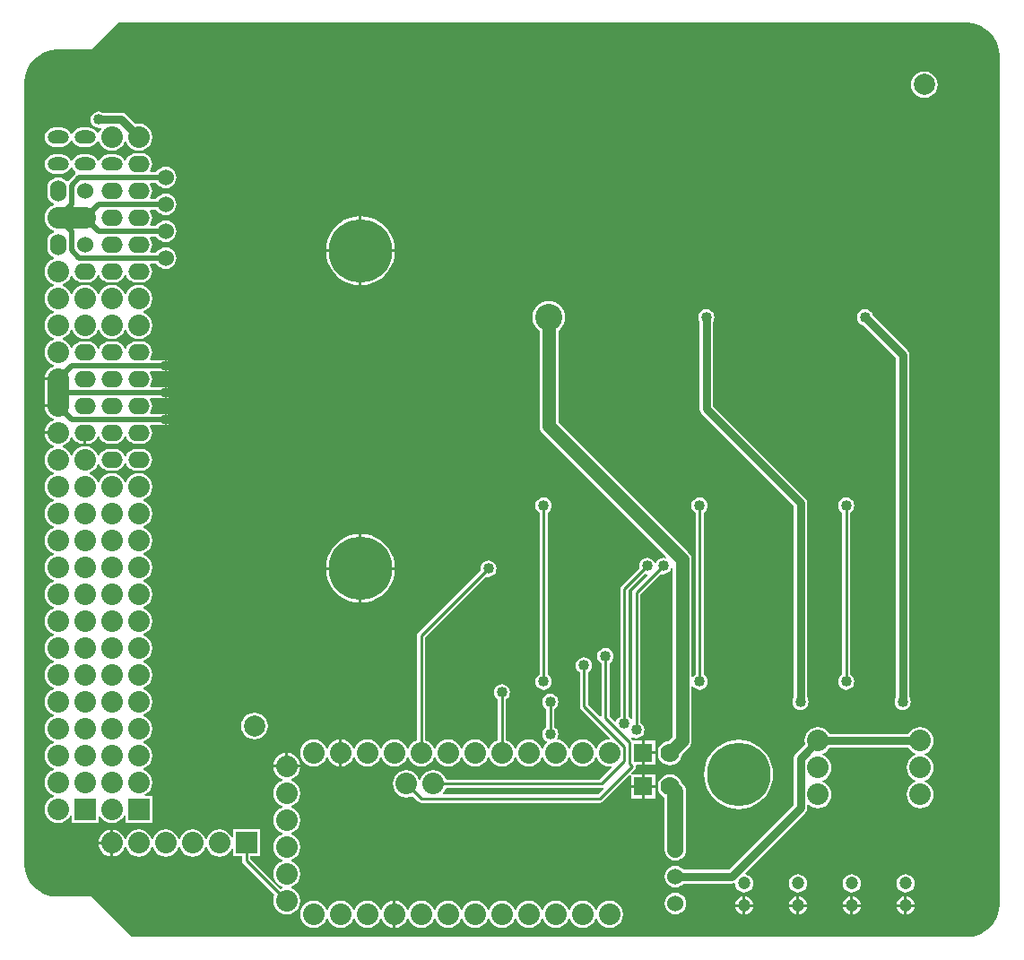
<source format=gbl>
G04 Layer_Physical_Order=2*
G04 Layer_Color=16711680*
%FSLAX25Y25*%
%MOIN*%
G70*
G01*
G75*
%ADD14C,0.01000*%
%ADD16C,0.05000*%
%ADD17C,0.03000*%
%ADD18C,0.08000*%
%ADD19C,0.02000*%
%ADD20C,0.08000*%
%ADD21C,0.23622*%
%ADD22C,0.07000*%
%ADD23R,0.07000X0.07000*%
%ADD24C,0.04724*%
%ADD25R,0.08000X0.08000*%
%ADD26O,0.08000X0.05000*%
%ADD27O,0.06000X0.08000*%
%ADD28C,0.06000*%
%ADD29O,0.08000X0.06000*%
%ADD30R,0.08000X0.08000*%
%ADD31C,0.07874*%
%ADD32C,0.04000*%
%ADD33C,0.10000*%
%ADD34C,0.25000*%
%ADD35C,0.06000*%
G36*
X-17556Y347286D02*
X-15973Y346862D01*
X-14459Y346235D01*
X-13040Y345416D01*
X-11740Y344418D01*
X-10582Y343260D01*
X-9584Y341960D01*
X-8765Y340541D01*
X-8138Y339027D01*
X-7714Y337444D01*
X-7500Y335819D01*
Y335000D01*
Y20000D01*
Y19181D01*
X-7714Y17556D01*
X-8138Y15973D01*
X-8765Y14459D01*
X-9584Y13040D01*
X-10582Y11740D01*
X-11740Y10582D01*
X-13040Y9584D01*
X-14459Y8765D01*
X-15973Y8138D01*
X-17556Y7714D01*
X-19181Y7500D01*
X-330000D01*
X-345000Y22500D01*
X-358319D01*
X-359944Y22714D01*
X-361527Y23138D01*
X-363040Y23765D01*
X-364459Y24584D01*
X-365759Y25582D01*
X-366918Y26741D01*
X-367916Y28041D01*
X-368735Y29460D01*
X-369362Y30973D01*
X-369786Y32556D01*
X-370000Y34181D01*
Y35000D01*
Y325000D01*
Y325819D01*
X-369786Y327444D01*
X-369362Y329027D01*
X-368735Y330540D01*
X-367916Y331960D01*
X-366918Y333260D01*
X-365759Y334418D01*
X-364459Y335416D01*
X-363040Y336235D01*
X-361527Y336862D01*
X-359944Y337286D01*
X-358319Y337500D01*
X-345000D01*
X-335000Y347500D01*
X-19181D01*
X-17556Y347286D01*
D02*
G37*
%LPC*%
G36*
X-35500Y329480D02*
X-36789Y329310D01*
X-37990Y328813D01*
X-39021Y328021D01*
X-39812Y326990D01*
X-40310Y325789D01*
X-40480Y324500D01*
X-40310Y323211D01*
X-39812Y322010D01*
X-39021Y320979D01*
X-37990Y320187D01*
X-36789Y319690D01*
X-35500Y319520D01*
X-34211Y319690D01*
X-33010Y320187D01*
X-31979Y320979D01*
X-31187Y322010D01*
X-30690Y323211D01*
X-30520Y324500D01*
X-30690Y325789D01*
X-31187Y326990D01*
X-31979Y328021D01*
X-33010Y328813D01*
X-34211Y329310D01*
X-35500Y329480D01*
D02*
G37*
G36*
X-342400Y314526D02*
X-343183Y314423D01*
X-343913Y314121D01*
X-344540Y313640D01*
X-345021Y313013D01*
X-345323Y312283D01*
X-345426Y311500D01*
X-345323Y310717D01*
X-345021Y309987D01*
X-344540Y309360D01*
X-343913Y308879D01*
X-343183Y308577D01*
X-342400Y308474D01*
X-341696Y308567D01*
X-341531Y308393D01*
X-341406Y308123D01*
X-341867Y307522D01*
X-342291Y306499D01*
X-342832D01*
X-342943Y306765D01*
X-343504Y307496D01*
X-344235Y308057D01*
X-345086Y308410D01*
X-346000Y308530D01*
X-349000D01*
X-349914Y308410D01*
X-350765Y308057D01*
X-351496Y307496D01*
X-352057Y306765D01*
X-352229Y306349D01*
X-352771D01*
X-352943Y306765D01*
X-353504Y307496D01*
X-354235Y308057D01*
X-355086Y308410D01*
X-356000Y308530D01*
X-359000D01*
X-359914Y308410D01*
X-360765Y308057D01*
X-361496Y307496D01*
X-362057Y306765D01*
X-362410Y305914D01*
X-362530Y305000D01*
X-362410Y304086D01*
X-362057Y303235D01*
X-361496Y302504D01*
X-360765Y301943D01*
X-359914Y301590D01*
X-359000Y301470D01*
X-356000D01*
X-355086Y301590D01*
X-354235Y301943D01*
X-353504Y302504D01*
X-352943Y303235D01*
X-352771Y303650D01*
X-352229D01*
X-352057Y303235D01*
X-351496Y302504D01*
X-350765Y301943D01*
X-349914Y301590D01*
X-349000Y301470D01*
X-346000D01*
X-345086Y301590D01*
X-344235Y301943D01*
X-343504Y302504D01*
X-342943Y303235D01*
X-342832Y303501D01*
X-342291D01*
X-341867Y302478D01*
X-341066Y301434D01*
X-340022Y300633D01*
X-338805Y300129D01*
X-337500Y299957D01*
X-336195Y300129D01*
X-334978Y300633D01*
X-333934Y301434D01*
X-333133Y302478D01*
X-332771Y303352D01*
X-332229D01*
X-331868Y302478D01*
X-331066Y301434D01*
X-330022Y300633D01*
X-328805Y300129D01*
X-327500Y299957D01*
X-326195Y300129D01*
X-324978Y300633D01*
X-323934Y301434D01*
X-323132Y302478D01*
X-322629Y303695D01*
X-322457Y305000D01*
X-322629Y306305D01*
X-323132Y307522D01*
X-323934Y308566D01*
X-324978Y309367D01*
X-326195Y309871D01*
X-327500Y310043D01*
X-328771Y309876D01*
X-332198Y313302D01*
X-333025Y313855D01*
X-334000Y314049D01*
X-340794D01*
X-340887Y314121D01*
X-341617Y314423D01*
X-342400Y314526D01*
D02*
G37*
G36*
X-326500Y299035D02*
X-328500D01*
X-329544Y298897D01*
X-330517Y298494D01*
X-331353Y297853D01*
X-331994Y297017D01*
X-332250Y296399D01*
X-332791D01*
X-332943Y296765D01*
X-333504Y297496D01*
X-334235Y298057D01*
X-335086Y298410D01*
X-336000Y298530D01*
X-339000D01*
X-339914Y298410D01*
X-340765Y298057D01*
X-341496Y297496D01*
X-342057Y296765D01*
X-342229Y296350D01*
X-342771D01*
X-342943Y296765D01*
X-343504Y297496D01*
X-344235Y298057D01*
X-345086Y298410D01*
X-346000Y298530D01*
X-349000D01*
X-349914Y298410D01*
X-350765Y298057D01*
X-351496Y297496D01*
X-352057Y296765D01*
X-352229Y296350D01*
X-352771D01*
X-352943Y296765D01*
X-353504Y297496D01*
X-354235Y298057D01*
X-355086Y298410D01*
X-356000Y298530D01*
X-359000D01*
X-359914Y298410D01*
X-360765Y298057D01*
X-361496Y297496D01*
X-362057Y296765D01*
X-362410Y295914D01*
X-362530Y295000D01*
X-362410Y294086D01*
X-362057Y293235D01*
X-361496Y292504D01*
X-360765Y291943D01*
X-359914Y291590D01*
X-359000Y291470D01*
X-356000D01*
X-355086Y291590D01*
X-354235Y291943D01*
X-353504Y292504D01*
X-352943Y293235D01*
X-352771Y293651D01*
X-352229D01*
X-352057Y293235D01*
X-351496Y292504D01*
X-350951Y292085D01*
X-350918Y291506D01*
X-351013Y291442D01*
X-353837Y288618D01*
X-354422Y288560D01*
X-354647Y288853D01*
X-355483Y289494D01*
X-356456Y289897D01*
X-357500Y290035D01*
X-358544Y289897D01*
X-359517Y289494D01*
X-360353Y288853D01*
X-360994Y288017D01*
X-361397Y287044D01*
X-361535Y286000D01*
Y284000D01*
X-361397Y282956D01*
X-360994Y281983D01*
X-360353Y281147D01*
X-359517Y280506D01*
X-359048Y280312D01*
Y279771D01*
X-360022Y279367D01*
X-361066Y278566D01*
X-361867Y277522D01*
X-362371Y276305D01*
X-362543Y275000D01*
X-362371Y273695D01*
X-361867Y272478D01*
X-361066Y271434D01*
X-360022Y270633D01*
X-359048Y270229D01*
Y269688D01*
X-359517Y269494D01*
X-360353Y268853D01*
X-360994Y268017D01*
X-361397Y267044D01*
X-361535Y266000D01*
Y264000D01*
X-361397Y262956D01*
X-360994Y261983D01*
X-360353Y261147D01*
X-359517Y260506D01*
X-359048Y260312D01*
Y259771D01*
X-360022Y259367D01*
X-361066Y258566D01*
X-361867Y257522D01*
X-362371Y256305D01*
X-362543Y255000D01*
X-362371Y253695D01*
X-361867Y252478D01*
X-361066Y251434D01*
X-360022Y250633D01*
X-359148Y250271D01*
Y249729D01*
X-360022Y249367D01*
X-361066Y248566D01*
X-361867Y247522D01*
X-362371Y246305D01*
X-362543Y245000D01*
X-362371Y243695D01*
X-361867Y242478D01*
X-361066Y241434D01*
X-360022Y240633D01*
X-359148Y240271D01*
Y239729D01*
X-360022Y239368D01*
X-361066Y238566D01*
X-361867Y237522D01*
X-362371Y236305D01*
X-362543Y235000D01*
X-362371Y233695D01*
X-361867Y232478D01*
X-361066Y231434D01*
X-360022Y230632D01*
X-359148Y230271D01*
Y229729D01*
X-360022Y229367D01*
X-361066Y228566D01*
X-361867Y227522D01*
X-362371Y226305D01*
X-362543Y225000D01*
X-362371Y223695D01*
X-361867Y222478D01*
X-361066Y221434D01*
X-360022Y220633D01*
X-359148Y220271D01*
Y219729D01*
X-360022Y219368D01*
X-361066Y218566D01*
X-361867Y217522D01*
X-362371Y216305D01*
X-362477Y215500D01*
X-357500D01*
Y214500D01*
X-362543D01*
Y210000D01*
Y205500D01*
X-357500D01*
Y204500D01*
X-362477D01*
X-362371Y203695D01*
X-361867Y202478D01*
X-361066Y201434D01*
X-360022Y200633D01*
X-359148Y200271D01*
Y199729D01*
X-360022Y199367D01*
X-361066Y198566D01*
X-361867Y197522D01*
X-362371Y196305D01*
X-362477Y195500D01*
X-357500D01*
Y194500D01*
X-362477D01*
X-362371Y193695D01*
X-361867Y192478D01*
X-361066Y191434D01*
X-360022Y190632D01*
X-359148Y190271D01*
Y189729D01*
X-360022Y189367D01*
X-361066Y188566D01*
X-361867Y187522D01*
X-362371Y186305D01*
X-362543Y185000D01*
X-362371Y183695D01*
X-361867Y182478D01*
X-361066Y181434D01*
X-360022Y180632D01*
X-359148Y180271D01*
Y179729D01*
X-360022Y179367D01*
X-361066Y178566D01*
X-361867Y177522D01*
X-362371Y176305D01*
X-362543Y175000D01*
X-362371Y173695D01*
X-361867Y172478D01*
X-361066Y171434D01*
X-360022Y170633D01*
X-359148Y170271D01*
Y169729D01*
X-360022Y169368D01*
X-361066Y168566D01*
X-361867Y167522D01*
X-362371Y166305D01*
X-362543Y165000D01*
X-362371Y163695D01*
X-361867Y162478D01*
X-361066Y161434D01*
X-360022Y160633D01*
X-359148Y160271D01*
Y159729D01*
X-360022Y159368D01*
X-361066Y158566D01*
X-361867Y157522D01*
X-362371Y156305D01*
X-362543Y155000D01*
X-362371Y153695D01*
X-361867Y152478D01*
X-361066Y151434D01*
X-360022Y150633D01*
X-359148Y150271D01*
Y149729D01*
X-360022Y149367D01*
X-361066Y148566D01*
X-361867Y147522D01*
X-362371Y146305D01*
X-362543Y145000D01*
X-362371Y143695D01*
X-361867Y142478D01*
X-361066Y141434D01*
X-360022Y140632D01*
X-359148Y140271D01*
Y139729D01*
X-360022Y139367D01*
X-361066Y138566D01*
X-361867Y137522D01*
X-362371Y136305D01*
X-362543Y135000D01*
X-362371Y133695D01*
X-361867Y132478D01*
X-361066Y131434D01*
X-360022Y130632D01*
X-359148Y130271D01*
Y129729D01*
X-360022Y129367D01*
X-361066Y128566D01*
X-361867Y127522D01*
X-362371Y126305D01*
X-362543Y125000D01*
X-362371Y123695D01*
X-361867Y122478D01*
X-361066Y121434D01*
X-360022Y120633D01*
X-359148Y120271D01*
Y119729D01*
X-360022Y119368D01*
X-361066Y118566D01*
X-361867Y117522D01*
X-362371Y116305D01*
X-362543Y115000D01*
X-362371Y113695D01*
X-361867Y112478D01*
X-361066Y111434D01*
X-360022Y110633D01*
X-359148Y110271D01*
Y109729D01*
X-360022Y109368D01*
X-361066Y108566D01*
X-361867Y107522D01*
X-362371Y106305D01*
X-362543Y105000D01*
X-362371Y103695D01*
X-361867Y102478D01*
X-361066Y101434D01*
X-360022Y100633D01*
X-359148Y100271D01*
Y99729D01*
X-360022Y99367D01*
X-361066Y98566D01*
X-361867Y97522D01*
X-362371Y96305D01*
X-362543Y95000D01*
X-362371Y93695D01*
X-361867Y92478D01*
X-361066Y91434D01*
X-360022Y90632D01*
X-359148Y90271D01*
Y89729D01*
X-360022Y89368D01*
X-361066Y88566D01*
X-361867Y87522D01*
X-362371Y86305D01*
X-362543Y85000D01*
X-362371Y83695D01*
X-361867Y82478D01*
X-361066Y81434D01*
X-360022Y80633D01*
X-359148Y80271D01*
Y79729D01*
X-360022Y79368D01*
X-361066Y78566D01*
X-361867Y77522D01*
X-362371Y76305D01*
X-362543Y75000D01*
X-362371Y73695D01*
X-361867Y72478D01*
X-361066Y71434D01*
X-360022Y70632D01*
X-359148Y70271D01*
Y69729D01*
X-360022Y69367D01*
X-361066Y68566D01*
X-361867Y67522D01*
X-362371Y66305D01*
X-362543Y65000D01*
X-362371Y63695D01*
X-361867Y62478D01*
X-361066Y61434D01*
X-360022Y60632D01*
X-359148Y60271D01*
Y59729D01*
X-360022Y59368D01*
X-361066Y58566D01*
X-361867Y57522D01*
X-362371Y56305D01*
X-362543Y55000D01*
X-362371Y53695D01*
X-361867Y52478D01*
X-361066Y51434D01*
X-360022Y50633D01*
X-358805Y50129D01*
X-357500Y49957D01*
X-356195Y50129D01*
X-354978Y50633D01*
X-353934Y51434D01*
X-353133Y52478D01*
X-353000Y52798D01*
X-352500Y52699D01*
Y50000D01*
X-342500D01*
Y52699D01*
X-342000Y52798D01*
X-341867Y52478D01*
X-341066Y51434D01*
X-340022Y50633D01*
X-338805Y50129D01*
X-337500Y49957D01*
X-336195Y50129D01*
X-334978Y50633D01*
X-333934Y51434D01*
X-333133Y52478D01*
X-333000Y52798D01*
X-332500Y52699D01*
Y50000D01*
X-322500D01*
Y60000D01*
X-325199D01*
X-325298Y60500D01*
X-324978Y60632D01*
X-323934Y61434D01*
X-323132Y62478D01*
X-322629Y63695D01*
X-322457Y65000D01*
X-322629Y66305D01*
X-323132Y67522D01*
X-323934Y68566D01*
X-324978Y69367D01*
X-325852Y69729D01*
Y70271D01*
X-324978Y70632D01*
X-323934Y71434D01*
X-323132Y72478D01*
X-322629Y73695D01*
X-322457Y75000D01*
X-322629Y76305D01*
X-323132Y77522D01*
X-323934Y78566D01*
X-324978Y79368D01*
X-325852Y79729D01*
Y80271D01*
X-324978Y80633D01*
X-323934Y81434D01*
X-323132Y82478D01*
X-322629Y83695D01*
X-322457Y85000D01*
X-322629Y86305D01*
X-323132Y87522D01*
X-323934Y88566D01*
X-324978Y89368D01*
X-325852Y89729D01*
Y90271D01*
X-324978Y90632D01*
X-323934Y91434D01*
X-323132Y92478D01*
X-322629Y93695D01*
X-322457Y95000D01*
X-322629Y96305D01*
X-323132Y97522D01*
X-323934Y98566D01*
X-324978Y99367D01*
X-325852Y99729D01*
Y100271D01*
X-324978Y100633D01*
X-323934Y101434D01*
X-323132Y102478D01*
X-322629Y103695D01*
X-322457Y105000D01*
X-322629Y106305D01*
X-323132Y107522D01*
X-323934Y108566D01*
X-324978Y109368D01*
X-325852Y109729D01*
Y110271D01*
X-324978Y110633D01*
X-323934Y111434D01*
X-323132Y112478D01*
X-322629Y113695D01*
X-322457Y115000D01*
X-322629Y116305D01*
X-323132Y117522D01*
X-323934Y118566D01*
X-324978Y119368D01*
X-325852Y119729D01*
Y120271D01*
X-324978Y120633D01*
X-323934Y121434D01*
X-323132Y122478D01*
X-322629Y123695D01*
X-322457Y125000D01*
X-322629Y126305D01*
X-323132Y127522D01*
X-323934Y128566D01*
X-324978Y129367D01*
X-325852Y129729D01*
Y130271D01*
X-324978Y130632D01*
X-323934Y131434D01*
X-323132Y132478D01*
X-322629Y133695D01*
X-322457Y135000D01*
X-322629Y136305D01*
X-323132Y137522D01*
X-323934Y138566D01*
X-324978Y139367D01*
X-325852Y139729D01*
Y140271D01*
X-324978Y140632D01*
X-323934Y141434D01*
X-323132Y142478D01*
X-322629Y143695D01*
X-322457Y145000D01*
X-322629Y146305D01*
X-323132Y147522D01*
X-323934Y148566D01*
X-324978Y149367D01*
X-325852Y149729D01*
Y150271D01*
X-324978Y150633D01*
X-323934Y151434D01*
X-323132Y152478D01*
X-322629Y153695D01*
X-322457Y155000D01*
X-322629Y156305D01*
X-323132Y157522D01*
X-323934Y158566D01*
X-324978Y159368D01*
X-325852Y159729D01*
Y160271D01*
X-324978Y160633D01*
X-323934Y161434D01*
X-323132Y162478D01*
X-322629Y163695D01*
X-322457Y165000D01*
X-322629Y166305D01*
X-323132Y167522D01*
X-323934Y168566D01*
X-324978Y169368D01*
X-325852Y169729D01*
Y170271D01*
X-324978Y170633D01*
X-323934Y171434D01*
X-323132Y172478D01*
X-322629Y173695D01*
X-322457Y175000D01*
X-322629Y176305D01*
X-323132Y177522D01*
X-323934Y178566D01*
X-324978Y179367D01*
X-326195Y179871D01*
X-327500Y180043D01*
X-328805Y179871D01*
X-330022Y179367D01*
X-331066Y178566D01*
X-331868Y177522D01*
X-332229Y176648D01*
X-332771D01*
X-333133Y177522D01*
X-333934Y178566D01*
X-334978Y179367D01*
X-336195Y179871D01*
X-337500Y180043D01*
X-338805Y179871D01*
X-340022Y179367D01*
X-341066Y178566D01*
X-341867Y177522D01*
X-342229Y176648D01*
X-342771D01*
X-343132Y177522D01*
X-343934Y178566D01*
X-344978Y179367D01*
X-345852Y179729D01*
Y180271D01*
X-344978Y180632D01*
X-343934Y181434D01*
X-343132Y182478D01*
X-342729Y183452D01*
X-342188D01*
X-341994Y182983D01*
X-341353Y182147D01*
X-340517Y181506D01*
X-339544Y181103D01*
X-338500Y180965D01*
X-336500D01*
X-335456Y181103D01*
X-334483Y181506D01*
X-333647Y182147D01*
X-333006Y182983D01*
X-332771Y183551D01*
X-332229D01*
X-331994Y182983D01*
X-331353Y182147D01*
X-330517Y181506D01*
X-329544Y181103D01*
X-328500Y180965D01*
X-326500D01*
X-325456Y181103D01*
X-324483Y181506D01*
X-323647Y182147D01*
X-323006Y182983D01*
X-322603Y183956D01*
X-322465Y185000D01*
X-322603Y186044D01*
X-323006Y187017D01*
X-323647Y187853D01*
X-324483Y188494D01*
X-325456Y188897D01*
X-326500Y189034D01*
X-328500D01*
X-329544Y188897D01*
X-330517Y188494D01*
X-331353Y187853D01*
X-331994Y187017D01*
X-332229Y186449D01*
X-332771D01*
X-333006Y187017D01*
X-333647Y187853D01*
X-334483Y188494D01*
X-335456Y188897D01*
X-336500Y189034D01*
X-338500D01*
X-339544Y188897D01*
X-340517Y188494D01*
X-341353Y187853D01*
X-341994Y187017D01*
X-342188Y186548D01*
X-342729D01*
X-343132Y187522D01*
X-343934Y188566D01*
X-344978Y189367D01*
X-346195Y189871D01*
X-347500Y190043D01*
X-348805Y189871D01*
X-350022Y189367D01*
X-351066Y188566D01*
X-351868Y187522D01*
X-352229Y186648D01*
X-352771D01*
X-353133Y187522D01*
X-353934Y188566D01*
X-354978Y189367D01*
X-355852Y189729D01*
Y190271D01*
X-354978Y190632D01*
X-353934Y191434D01*
X-353133Y192478D01*
X-352729Y193452D01*
X-352188D01*
X-351994Y192983D01*
X-351353Y192147D01*
X-350517Y191506D01*
X-349544Y191103D01*
X-348500Y190965D01*
X-348000D01*
Y195000D01*
X-347000D01*
Y190965D01*
X-346500D01*
X-345456Y191103D01*
X-344483Y191506D01*
X-343647Y192147D01*
X-343006Y192983D01*
X-342771Y193551D01*
X-342229D01*
X-341994Y192983D01*
X-341353Y192147D01*
X-340517Y191506D01*
X-339544Y191103D01*
X-338500Y190965D01*
X-336500D01*
X-335456Y191103D01*
X-334483Y191506D01*
X-333647Y192147D01*
X-333006Y192983D01*
X-332771Y193551D01*
X-332229D01*
X-331994Y192983D01*
X-331353Y192147D01*
X-330517Y191506D01*
X-329544Y191103D01*
X-328500Y190965D01*
X-326500D01*
X-325456Y191103D01*
X-324483Y191506D01*
X-323647Y192147D01*
X-323006Y192983D01*
X-322603Y193956D01*
X-322465Y195000D01*
X-322603Y196044D01*
X-323006Y197017D01*
X-323346Y197461D01*
X-323100Y197961D01*
X-317500D01*
X-316720Y198116D01*
X-316058Y198558D01*
X-315616Y199220D01*
X-315461Y200000D01*
X-315616Y200780D01*
X-316058Y201442D01*
X-316720Y201884D01*
X-317500Y202039D01*
X-323100D01*
X-323346Y202539D01*
X-323006Y202983D01*
X-322603Y203956D01*
X-322465Y205000D01*
X-322603Y206044D01*
X-323006Y207017D01*
X-323346Y207461D01*
X-323100Y207961D01*
X-317500D01*
X-316720Y208116D01*
X-316058Y208558D01*
X-315616Y209220D01*
X-315461Y210000D01*
X-315616Y210780D01*
X-316058Y211442D01*
X-316720Y211884D01*
X-317500Y212039D01*
X-323100D01*
X-323346Y212539D01*
X-323006Y212983D01*
X-322603Y213956D01*
X-322465Y215000D01*
X-322603Y216044D01*
X-323006Y217017D01*
X-323346Y217461D01*
X-323100Y217961D01*
X-317500D01*
X-316720Y218116D01*
X-316058Y218558D01*
X-315616Y219220D01*
X-315461Y220000D01*
X-315616Y220780D01*
X-316058Y221442D01*
X-316720Y221884D01*
X-317500Y222039D01*
X-323100D01*
X-323346Y222539D01*
X-323006Y222983D01*
X-322603Y223956D01*
X-322465Y225000D01*
X-322603Y226044D01*
X-323006Y227017D01*
X-323647Y227853D01*
X-324483Y228494D01*
X-325456Y228897D01*
X-326500Y229034D01*
X-328500D01*
X-329544Y228897D01*
X-330517Y228494D01*
X-331353Y227853D01*
X-331994Y227017D01*
X-332229Y226449D01*
X-332771D01*
X-333006Y227017D01*
X-333647Y227853D01*
X-334483Y228494D01*
X-335456Y228897D01*
X-336500Y229034D01*
X-338500D01*
X-339544Y228897D01*
X-340517Y228494D01*
X-341353Y227853D01*
X-341994Y227017D01*
X-342229Y226449D01*
X-342771D01*
X-343006Y227017D01*
X-343647Y227853D01*
X-344483Y228494D01*
X-345456Y228897D01*
X-346500Y229034D01*
X-348500D01*
X-349544Y228897D01*
X-350517Y228494D01*
X-351353Y227853D01*
X-351994Y227017D01*
X-352188Y226548D01*
X-352729D01*
X-353133Y227522D01*
X-353934Y228566D01*
X-354978Y229367D01*
X-355852Y229729D01*
Y230271D01*
X-354978Y230632D01*
X-353934Y231434D01*
X-353133Y232478D01*
X-352771Y233352D01*
X-352229D01*
X-351868Y232478D01*
X-351066Y231434D01*
X-350022Y230632D01*
X-348805Y230129D01*
X-347500Y229957D01*
X-346195Y230129D01*
X-344978Y230632D01*
X-343934Y231434D01*
X-343132Y232478D01*
X-342771Y233352D01*
X-342229D01*
X-341867Y232478D01*
X-341066Y231434D01*
X-340022Y230632D01*
X-338805Y230129D01*
X-337500Y229957D01*
X-336195Y230129D01*
X-334978Y230632D01*
X-333934Y231434D01*
X-333133Y232478D01*
X-332771Y233352D01*
X-332229D01*
X-331868Y232478D01*
X-331066Y231434D01*
X-330022Y230632D01*
X-328805Y230129D01*
X-327500Y229957D01*
X-326195Y230129D01*
X-324978Y230632D01*
X-323934Y231434D01*
X-323132Y232478D01*
X-322629Y233695D01*
X-322457Y235000D01*
X-322629Y236305D01*
X-323132Y237522D01*
X-323934Y238566D01*
X-324978Y239368D01*
X-325852Y239729D01*
Y240271D01*
X-324978Y240633D01*
X-323934Y241434D01*
X-323132Y242478D01*
X-322629Y243695D01*
X-322457Y245000D01*
X-322629Y246305D01*
X-323132Y247522D01*
X-323934Y248566D01*
X-324978Y249367D01*
X-326195Y249871D01*
X-327500Y250043D01*
X-328805Y249871D01*
X-330022Y249367D01*
X-331066Y248566D01*
X-331868Y247522D01*
X-332229Y246648D01*
X-332771D01*
X-333133Y247522D01*
X-333934Y248566D01*
X-334978Y249367D01*
X-336195Y249871D01*
X-337500Y250043D01*
X-338805Y249871D01*
X-340022Y249367D01*
X-341066Y248566D01*
X-341867Y247522D01*
X-342229Y246648D01*
X-342771D01*
X-343132Y247522D01*
X-343934Y248566D01*
X-344978Y249367D01*
X-346195Y249871D01*
X-347500Y250043D01*
X-348805Y249871D01*
X-350022Y249367D01*
X-351066Y248566D01*
X-351868Y247522D01*
X-352229Y246648D01*
X-352771D01*
X-353133Y247522D01*
X-353934Y248566D01*
X-354978Y249367D01*
X-355852Y249729D01*
Y250271D01*
X-354978Y250633D01*
X-353934Y251434D01*
X-353133Y252478D01*
X-352729Y253452D01*
X-352188D01*
X-351994Y252983D01*
X-351353Y252147D01*
X-350517Y251506D01*
X-349544Y251103D01*
X-348500Y250965D01*
X-346500D01*
X-345456Y251103D01*
X-344483Y251506D01*
X-343647Y252147D01*
X-343006Y252983D01*
X-342771Y253551D01*
X-342229D01*
X-341994Y252983D01*
X-341353Y252147D01*
X-340517Y251506D01*
X-339544Y251103D01*
X-338500Y250965D01*
X-336500D01*
X-335456Y251103D01*
X-334483Y251506D01*
X-333647Y252147D01*
X-333006Y252983D01*
X-332771Y253551D01*
X-332229D01*
X-331994Y252983D01*
X-331353Y252147D01*
X-330517Y251506D01*
X-329544Y251103D01*
X-328500Y250965D01*
X-326500D01*
X-325456Y251103D01*
X-324483Y251506D01*
X-323647Y252147D01*
X-323006Y252983D01*
X-322603Y253956D01*
X-322465Y255000D01*
X-322603Y256044D01*
X-323006Y257017D01*
X-323346Y257461D01*
X-323100Y257961D01*
X-320977D01*
X-320353Y257147D01*
X-319517Y256506D01*
X-318544Y256103D01*
X-317500Y255965D01*
X-316456Y256103D01*
X-315483Y256506D01*
X-314647Y257147D01*
X-314006Y257983D01*
X-313603Y258956D01*
X-313465Y260000D01*
X-313603Y261044D01*
X-314006Y262017D01*
X-314647Y262853D01*
X-315483Y263494D01*
X-316456Y263897D01*
X-317500Y264035D01*
X-318544Y263897D01*
X-319517Y263494D01*
X-320353Y262853D01*
X-320977Y262039D01*
X-323100D01*
X-323346Y262539D01*
X-323006Y262983D01*
X-322603Y263956D01*
X-322465Y265000D01*
X-322603Y266044D01*
X-323006Y267017D01*
X-323346Y267461D01*
X-323100Y267961D01*
X-320977D01*
X-320353Y267147D01*
X-319517Y266506D01*
X-318544Y266103D01*
X-317500Y265966D01*
X-316456Y266103D01*
X-315483Y266506D01*
X-314647Y267147D01*
X-314006Y267983D01*
X-313603Y268956D01*
X-313465Y270000D01*
X-313603Y271044D01*
X-314006Y272017D01*
X-314647Y272853D01*
X-315483Y273494D01*
X-316456Y273897D01*
X-317500Y274035D01*
X-318544Y273897D01*
X-319517Y273494D01*
X-320353Y272853D01*
X-320977Y272039D01*
X-323100D01*
X-323346Y272539D01*
X-323006Y272983D01*
X-322603Y273956D01*
X-322465Y275000D01*
X-322603Y276044D01*
X-323006Y277017D01*
X-323346Y277461D01*
X-323100Y277961D01*
X-320977D01*
X-320353Y277147D01*
X-319517Y276506D01*
X-318544Y276103D01*
X-317500Y275965D01*
X-316456Y276103D01*
X-315483Y276506D01*
X-314647Y277147D01*
X-314006Y277983D01*
X-313603Y278956D01*
X-313465Y280000D01*
X-313603Y281044D01*
X-314006Y282017D01*
X-314647Y282853D01*
X-315483Y283494D01*
X-316456Y283897D01*
X-317500Y284034D01*
X-318544Y283897D01*
X-319517Y283494D01*
X-320353Y282853D01*
X-320977Y282039D01*
X-323100D01*
X-323346Y282539D01*
X-323006Y282983D01*
X-322603Y283956D01*
X-322465Y285000D01*
X-322603Y286044D01*
X-323006Y287017D01*
X-323346Y287461D01*
X-323100Y287961D01*
X-320977D01*
X-320353Y287147D01*
X-319517Y286506D01*
X-318544Y286103D01*
X-317500Y285965D01*
X-316456Y286103D01*
X-315483Y286506D01*
X-314647Y287147D01*
X-314006Y287983D01*
X-313603Y288956D01*
X-313465Y290000D01*
X-313603Y291044D01*
X-314006Y292017D01*
X-314647Y292853D01*
X-315483Y293494D01*
X-316456Y293897D01*
X-317500Y294035D01*
X-318544Y293897D01*
X-319517Y293494D01*
X-320353Y292853D01*
X-320977Y292039D01*
X-323100D01*
X-323346Y292539D01*
X-323006Y292983D01*
X-322603Y293956D01*
X-322465Y295000D01*
X-322603Y296044D01*
X-323006Y297017D01*
X-323647Y297853D01*
X-324483Y298494D01*
X-325456Y298897D01*
X-326500Y299035D01*
D02*
G37*
G36*
X-244571Y275571D02*
Y263260D01*
X-232260D01*
X-232379Y264770D01*
X-232849Y266731D01*
X-233621Y268594D01*
X-234675Y270313D01*
X-235984Y271847D01*
X-237517Y273156D01*
X-239237Y274210D01*
X-241100Y274981D01*
X-243061Y275452D01*
X-244571Y275571D01*
D02*
G37*
G36*
X-245571D02*
X-247081Y275452D01*
X-249042Y274981D01*
X-250905Y274210D01*
X-252624Y273156D01*
X-254158Y271847D01*
X-255467Y270313D01*
X-256521Y268594D01*
X-257293Y266731D01*
X-257763Y264770D01*
X-257882Y263260D01*
X-245571D01*
Y275571D01*
D02*
G37*
G36*
X-232260Y262260D02*
X-244571D01*
Y249949D01*
X-243061Y250067D01*
X-241100Y250538D01*
X-239237Y251310D01*
X-237517Y252363D01*
X-235984Y253673D01*
X-234675Y255206D01*
X-233621Y256926D01*
X-232849Y258789D01*
X-232379Y260750D01*
X-232260Y262260D01*
D02*
G37*
G36*
X-245571D02*
X-257882D01*
X-257763Y260750D01*
X-257293Y258789D01*
X-256521Y256926D01*
X-255467Y255206D01*
X-254158Y253673D01*
X-252624Y252363D01*
X-250905Y251310D01*
X-249042Y250538D01*
X-247081Y250067D01*
X-245571Y249949D01*
Y262260D01*
D02*
G37*
G36*
X-175000Y244029D02*
X-176176Y243913D01*
X-177307Y243570D01*
X-178349Y243013D01*
X-179263Y242263D01*
X-180013Y241350D01*
X-180570Y240307D01*
X-180913Y239176D01*
X-181029Y238000D01*
X-180913Y236824D01*
X-180570Y235693D01*
X-180013Y234650D01*
X-179263Y233737D01*
X-178530Y233135D01*
Y197500D01*
X-178410Y196586D01*
X-178057Y195735D01*
X-177496Y195004D01*
X-131272Y148780D01*
X-131555Y148356D01*
X-131717Y148423D01*
X-132500Y148526D01*
X-133283Y148423D01*
X-134013Y148120D01*
X-134640Y147640D01*
X-135120Y147013D01*
X-135229Y146750D01*
X-135771D01*
X-135880Y147013D01*
X-136360Y147640D01*
X-136987Y148120D01*
X-137717Y148423D01*
X-138500Y148526D01*
X-139283Y148423D01*
X-140013Y148120D01*
X-140640Y147640D01*
X-141121Y147013D01*
X-141423Y146283D01*
X-141526Y145500D01*
X-141426Y144737D01*
X-148081Y138081D01*
X-148413Y137585D01*
X-148529Y137000D01*
Y89608D01*
X-149140Y89140D01*
X-149620Y88513D01*
X-149923Y87783D01*
X-149930Y87727D01*
X-150404Y87567D01*
X-152471Y89634D01*
Y109392D01*
X-151860Y109860D01*
X-151380Y110487D01*
X-151077Y111217D01*
X-150974Y112000D01*
X-151077Y112783D01*
X-151380Y113513D01*
X-151860Y114140D01*
X-152487Y114620D01*
X-153217Y114923D01*
X-154000Y115026D01*
X-154783Y114923D01*
X-155513Y114620D01*
X-156140Y114140D01*
X-156621Y113513D01*
X-156923Y112783D01*
X-157026Y112000D01*
X-156923Y111217D01*
X-156621Y110487D01*
X-156140Y109860D01*
X-155529Y109392D01*
Y89678D01*
X-156029Y89470D01*
X-160471Y93912D01*
Y105892D01*
X-159860Y106360D01*
X-159379Y106987D01*
X-159077Y107717D01*
X-158974Y108500D01*
X-159077Y109283D01*
X-159379Y110013D01*
X-159860Y110640D01*
X-160487Y111120D01*
X-161217Y111423D01*
X-162000Y111526D01*
X-162783Y111423D01*
X-163513Y111120D01*
X-164140Y110640D01*
X-164620Y110013D01*
X-164923Y109283D01*
X-165026Y108500D01*
X-164923Y107717D01*
X-164620Y106987D01*
X-164140Y106360D01*
X-163529Y105892D01*
Y93278D01*
X-163413Y92693D01*
X-163081Y92197D01*
X-152372Y81487D01*
X-152619Y81027D01*
X-153805Y80871D01*
X-155022Y80367D01*
X-156066Y79566D01*
X-156868Y78522D01*
X-157229Y77648D01*
X-157771D01*
X-158133Y78522D01*
X-158934Y79566D01*
X-159978Y80367D01*
X-161195Y80871D01*
X-162500Y81043D01*
X-163805Y80871D01*
X-165022Y80367D01*
X-166066Y79566D01*
X-166867Y78522D01*
X-167229Y77648D01*
X-167771D01*
X-168132Y78522D01*
X-168934Y79566D01*
X-169978Y80367D01*
X-171195Y80871D01*
X-171750Y80944D01*
X-171941Y81406D01*
X-171879Y81487D01*
X-171577Y82217D01*
X-171474Y83000D01*
X-171577Y83783D01*
X-171879Y84513D01*
X-172360Y85140D01*
X-172971Y85608D01*
Y92392D01*
X-172360Y92860D01*
X-171879Y93487D01*
X-171577Y94217D01*
X-171474Y95000D01*
X-171577Y95783D01*
X-171879Y96513D01*
X-172360Y97140D01*
X-172987Y97620D01*
X-173717Y97923D01*
X-174500Y98026D01*
X-175283Y97923D01*
X-176013Y97620D01*
X-176640Y97140D01*
X-177120Y96513D01*
X-177423Y95783D01*
X-177526Y95000D01*
X-177423Y94217D01*
X-177120Y93487D01*
X-176640Y92860D01*
X-176029Y92392D01*
Y85608D01*
X-176640Y85140D01*
X-177120Y84513D01*
X-177423Y83783D01*
X-177526Y83000D01*
X-177423Y82217D01*
X-177120Y81487D01*
X-176640Y80860D01*
X-176013Y80379D01*
X-175821Y80300D01*
X-175756Y79804D01*
X-176066Y79566D01*
X-176867Y78522D01*
X-177229Y77648D01*
X-177771D01*
X-178132Y78522D01*
X-178934Y79566D01*
X-179978Y80367D01*
X-181195Y80871D01*
X-182500Y81043D01*
X-183805Y80871D01*
X-185022Y80367D01*
X-186066Y79566D01*
X-186867Y78522D01*
X-187229Y77648D01*
X-187771D01*
X-188133Y78522D01*
X-188934Y79566D01*
X-189978Y80367D01*
X-190971Y80778D01*
Y95892D01*
X-190360Y96360D01*
X-189880Y96987D01*
X-189577Y97717D01*
X-189474Y98500D01*
X-189577Y99283D01*
X-189880Y100013D01*
X-190360Y100640D01*
X-190987Y101120D01*
X-191717Y101423D01*
X-192500Y101526D01*
X-193283Y101423D01*
X-194013Y101120D01*
X-194640Y100640D01*
X-195121Y100013D01*
X-195423Y99283D01*
X-195526Y98500D01*
X-195423Y97717D01*
X-195121Y96987D01*
X-194640Y96360D01*
X-194029Y95892D01*
Y80778D01*
X-195022Y80367D01*
X-196066Y79566D01*
X-196868Y78522D01*
X-197229Y77648D01*
X-197771D01*
X-198133Y78522D01*
X-198934Y79566D01*
X-199978Y80367D01*
X-201195Y80871D01*
X-202500Y81043D01*
X-203805Y80871D01*
X-205022Y80367D01*
X-206066Y79566D01*
X-206868Y78522D01*
X-207229Y77648D01*
X-207771D01*
X-208133Y78522D01*
X-208934Y79566D01*
X-209978Y80367D01*
X-211195Y80871D01*
X-212500Y81043D01*
X-213805Y80871D01*
X-215022Y80367D01*
X-216066Y79566D01*
X-216867Y78522D01*
X-217229Y77648D01*
X-217771D01*
X-218132Y78522D01*
X-218934Y79566D01*
X-219978Y80367D01*
X-220971Y80778D01*
Y118867D01*
X-198263Y141575D01*
X-197500Y141474D01*
X-196717Y141577D01*
X-195987Y141879D01*
X-195360Y142360D01*
X-194879Y142987D01*
X-194577Y143717D01*
X-194474Y144500D01*
X-194577Y145283D01*
X-194879Y146013D01*
X-195360Y146640D01*
X-195987Y147120D01*
X-196717Y147423D01*
X-197500Y147526D01*
X-198283Y147423D01*
X-199013Y147120D01*
X-199640Y146640D01*
X-200120Y146013D01*
X-200423Y145283D01*
X-200526Y144500D01*
X-200426Y143737D01*
X-223581Y120581D01*
X-223913Y120085D01*
X-224029Y119500D01*
Y80778D01*
X-225022Y80367D01*
X-226066Y79566D01*
X-226868Y78522D01*
X-227229Y77648D01*
X-227771D01*
X-228133Y78522D01*
X-228934Y79566D01*
X-229978Y80367D01*
X-231195Y80871D01*
X-232500Y81043D01*
X-233805Y80871D01*
X-235022Y80367D01*
X-236066Y79566D01*
X-236867Y78522D01*
X-237229Y77648D01*
X-237771D01*
X-238133Y78522D01*
X-238934Y79566D01*
X-239978Y80367D01*
X-241195Y80871D01*
X-242500Y81043D01*
X-243805Y80871D01*
X-245022Y80367D01*
X-246066Y79566D01*
X-246867Y78522D01*
X-247229Y77648D01*
X-247771D01*
X-248132Y78522D01*
X-248934Y79566D01*
X-249978Y80367D01*
X-251195Y80871D01*
X-252000Y80977D01*
Y76000D01*
Y71023D01*
X-251195Y71129D01*
X-249978Y71632D01*
X-248934Y72434D01*
X-248132Y73478D01*
X-247771Y74352D01*
X-247229D01*
X-246867Y73478D01*
X-246066Y72434D01*
X-245022Y71632D01*
X-243805Y71129D01*
X-242500Y70957D01*
X-241195Y71129D01*
X-239978Y71632D01*
X-238934Y72434D01*
X-238133Y73478D01*
X-237771Y74352D01*
X-237229D01*
X-236867Y73478D01*
X-236066Y72434D01*
X-235022Y71632D01*
X-233805Y71129D01*
X-232500Y70957D01*
X-231195Y71129D01*
X-229978Y71632D01*
X-228934Y72434D01*
X-228133Y73478D01*
X-227771Y74352D01*
X-227229D01*
X-226868Y73478D01*
X-226066Y72434D01*
X-225022Y71632D01*
X-223805Y71129D01*
X-222500Y70957D01*
X-221195Y71129D01*
X-219978Y71632D01*
X-218934Y72434D01*
X-218132Y73478D01*
X-217771Y74352D01*
X-217229D01*
X-216867Y73478D01*
X-216066Y72434D01*
X-215022Y71632D01*
X-213805Y71129D01*
X-212500Y70957D01*
X-211195Y71129D01*
X-209978Y71632D01*
X-208934Y72434D01*
X-208133Y73478D01*
X-207771Y74352D01*
X-207229D01*
X-206868Y73478D01*
X-206066Y72434D01*
X-205022Y71632D01*
X-203805Y71129D01*
X-202500Y70957D01*
X-201195Y71129D01*
X-199978Y71632D01*
X-198934Y72434D01*
X-198133Y73478D01*
X-197771Y74352D01*
X-197229D01*
X-196868Y73478D01*
X-196066Y72434D01*
X-195022Y71632D01*
X-193805Y71129D01*
X-192500Y70957D01*
X-191195Y71129D01*
X-189978Y71632D01*
X-188934Y72434D01*
X-188133Y73478D01*
X-187771Y74352D01*
X-187229D01*
X-186867Y73478D01*
X-186066Y72434D01*
X-185022Y71632D01*
X-183805Y71129D01*
X-182500Y70957D01*
X-181195Y71129D01*
X-179978Y71632D01*
X-178934Y72434D01*
X-178132Y73478D01*
X-177771Y74352D01*
X-177229D01*
X-176867Y73478D01*
X-176066Y72434D01*
X-175022Y71632D01*
X-173805Y71129D01*
X-172500Y70957D01*
X-171195Y71129D01*
X-169978Y71632D01*
X-168934Y72434D01*
X-168132Y73478D01*
X-167771Y74352D01*
X-167229D01*
X-166867Y73478D01*
X-166066Y72434D01*
X-165022Y71632D01*
X-163805Y71129D01*
X-162500Y70957D01*
X-161195Y71129D01*
X-159978Y71632D01*
X-158934Y72434D01*
X-158133Y73478D01*
X-157771Y74352D01*
X-157229D01*
X-156868Y73478D01*
X-156066Y72434D01*
X-155022Y71632D01*
X-153805Y71129D01*
X-152500Y70957D01*
X-151824Y71046D01*
X-151591Y70572D01*
X-156133Y66029D01*
X-213222D01*
X-213632Y67022D01*
X-214434Y68066D01*
X-215478Y68867D01*
X-216695Y69371D01*
X-218000Y69543D01*
X-219305Y69371D01*
X-220522Y68867D01*
X-221566Y68066D01*
X-222368Y67022D01*
X-222729Y66148D01*
X-223271D01*
X-223633Y67022D01*
X-224434Y68066D01*
X-225478Y68867D01*
X-226695Y69371D01*
X-228000Y69543D01*
X-229305Y69371D01*
X-230522Y68867D01*
X-231566Y68066D01*
X-232367Y67022D01*
X-232871Y65805D01*
X-233043Y64500D01*
X-232871Y63195D01*
X-232367Y61978D01*
X-231566Y60934D01*
X-230522Y60132D01*
X-229305Y59629D01*
X-228000Y59457D01*
X-226695Y59629D01*
X-225703Y60040D01*
X-223581Y57919D01*
X-223085Y57587D01*
X-222500Y57471D01*
X-156121D01*
X-155536Y57587D01*
X-155040Y57919D01*
X-145000Y67958D01*
X-144500Y67751D01*
X-144500Y67603D01*
Y64000D01*
X-140500D01*
Y68000D01*
X-144095D01*
X-144251Y68000D01*
X-144458Y68500D01*
X-143040Y69919D01*
X-142708Y70415D01*
X-142592Y71000D01*
X-142614Y71114D01*
X-142297Y71500D01*
X-140500D01*
Y76000D01*
Y80500D01*
X-143570D01*
X-143587Y80585D01*
X-143919Y81081D01*
X-144329Y81492D01*
X-144013Y81880D01*
X-143283Y81577D01*
X-142500Y81474D01*
X-141717Y81577D01*
X-140987Y81880D01*
X-140360Y82360D01*
X-139880Y82987D01*
X-139577Y83717D01*
X-139474Y84500D01*
X-139577Y85283D01*
X-139880Y86013D01*
X-140360Y86640D01*
X-140971Y87108D01*
Y134866D01*
X-133263Y142575D01*
X-132500Y142474D01*
X-131717Y142577D01*
X-130987Y142879D01*
X-130360Y143360D01*
X-129879Y143987D01*
X-129577Y144717D01*
X-129530Y145074D01*
X-129030Y145041D01*
Y91000D01*
Y81962D01*
X-130522Y80470D01*
X-131175Y80384D01*
X-132269Y79931D01*
X-133209Y79210D01*
X-133931Y78269D01*
X-134384Y77175D01*
X-134539Y76000D01*
X-134384Y74825D01*
X-133931Y73731D01*
X-133209Y72791D01*
X-132269Y72069D01*
X-131175Y71616D01*
X-130000Y71461D01*
X-128825Y71616D01*
X-127731Y72069D01*
X-126791Y72791D01*
X-126069Y73731D01*
X-125616Y74825D01*
X-125530Y75478D01*
X-123004Y78004D01*
X-122443Y78735D01*
X-122090Y79586D01*
X-121970Y80500D01*
Y91000D01*
Y100621D01*
X-121470Y100791D01*
X-121140Y100360D01*
X-120513Y99879D01*
X-119783Y99577D01*
X-119000Y99474D01*
X-118217Y99577D01*
X-117487Y99879D01*
X-116860Y100360D01*
X-116379Y100987D01*
X-116077Y101717D01*
X-115974Y102500D01*
X-116077Y103283D01*
X-116379Y104013D01*
X-116860Y104640D01*
X-117471Y105108D01*
Y165392D01*
X-116860Y165860D01*
X-116379Y166487D01*
X-116077Y167217D01*
X-115974Y168000D01*
X-116077Y168783D01*
X-116379Y169513D01*
X-116860Y170140D01*
X-117487Y170621D01*
X-118217Y170923D01*
X-119000Y171026D01*
X-119783Y170923D01*
X-120513Y170621D01*
X-121140Y170140D01*
X-121621Y169513D01*
X-121923Y168783D01*
X-122026Y168000D01*
X-121923Y167217D01*
X-121621Y166487D01*
X-121140Y165860D01*
X-120529Y165392D01*
Y105108D01*
X-121140Y104640D01*
X-121470Y104209D01*
X-121970Y104379D01*
Y148000D01*
X-122090Y148914D01*
X-122443Y149765D01*
X-123004Y150496D01*
X-171470Y198962D01*
Y233135D01*
X-170737Y233737D01*
X-169987Y234650D01*
X-169430Y235693D01*
X-169087Y236824D01*
X-168971Y238000D01*
X-169087Y239176D01*
X-169430Y240307D01*
X-169987Y241350D01*
X-170737Y242263D01*
X-171651Y243013D01*
X-172693Y243570D01*
X-173824Y243913D01*
X-175000Y244029D01*
D02*
G37*
G36*
X-244571Y157461D02*
Y145150D01*
X-232260D01*
X-232379Y146660D01*
X-232849Y148621D01*
X-233621Y150484D01*
X-234675Y152203D01*
X-235984Y153736D01*
X-237517Y155046D01*
X-239237Y156100D01*
X-241100Y156871D01*
X-243061Y157342D01*
X-244571Y157461D01*
D02*
G37*
G36*
X-245571D02*
X-247081Y157342D01*
X-249042Y156871D01*
X-250905Y156100D01*
X-252624Y155046D01*
X-254158Y153736D01*
X-255467Y152203D01*
X-256521Y150484D01*
X-257293Y148621D01*
X-257763Y146660D01*
X-257882Y145150D01*
X-245571D01*
Y157461D01*
D02*
G37*
G36*
X-232260Y144150D02*
X-244571D01*
Y131838D01*
X-243061Y131957D01*
X-241100Y132428D01*
X-239237Y133200D01*
X-237517Y134253D01*
X-235984Y135563D01*
X-234675Y137096D01*
X-233621Y138816D01*
X-232849Y140679D01*
X-232379Y142639D01*
X-232260Y144150D01*
D02*
G37*
G36*
X-245571D02*
X-257882D01*
X-257763Y142639D01*
X-257293Y140679D01*
X-256521Y138816D01*
X-255467Y137096D01*
X-254158Y135563D01*
X-252624Y134253D01*
X-250905Y133200D01*
X-249042Y132428D01*
X-247081Y131957D01*
X-245571Y131838D01*
Y144150D01*
D02*
G37*
G36*
X-64500Y171026D02*
X-65283Y170923D01*
X-66013Y170621D01*
X-66640Y170140D01*
X-67120Y169513D01*
X-67423Y168783D01*
X-67526Y168000D01*
X-67423Y167217D01*
X-67120Y166487D01*
X-66640Y165860D01*
X-66029Y165392D01*
Y105108D01*
X-66640Y104640D01*
X-67120Y104013D01*
X-67423Y103283D01*
X-67526Y102500D01*
X-67423Y101717D01*
X-67120Y100987D01*
X-66640Y100360D01*
X-66013Y99879D01*
X-65283Y99577D01*
X-64500Y99474D01*
X-63717Y99577D01*
X-62987Y99879D01*
X-62360Y100360D01*
X-61879Y100987D01*
X-61577Y101717D01*
X-61474Y102500D01*
X-61577Y103283D01*
X-61879Y104013D01*
X-62360Y104640D01*
X-62971Y105108D01*
Y165392D01*
X-62360Y165860D01*
X-61879Y166487D01*
X-61577Y167217D01*
X-61474Y168000D01*
X-61577Y168783D01*
X-61879Y169513D01*
X-62360Y170140D01*
X-62987Y170621D01*
X-63717Y170923D01*
X-64500Y171026D01*
D02*
G37*
G36*
X-177000D02*
X-177783Y170923D01*
X-178513Y170621D01*
X-179140Y170140D01*
X-179621Y169513D01*
X-179923Y168783D01*
X-180026Y168000D01*
X-179923Y167217D01*
X-179621Y166487D01*
X-179140Y165860D01*
X-178529Y165392D01*
Y105108D01*
X-179140Y104640D01*
X-179621Y104013D01*
X-179923Y103283D01*
X-180026Y102500D01*
X-179923Y101717D01*
X-179621Y100987D01*
X-179140Y100360D01*
X-178513Y99879D01*
X-177783Y99577D01*
X-177000Y99474D01*
X-176217Y99577D01*
X-175487Y99879D01*
X-174860Y100360D01*
X-174380Y100987D01*
X-174077Y101717D01*
X-173974Y102500D01*
X-174077Y103283D01*
X-174380Y104013D01*
X-174860Y104640D01*
X-175471Y105108D01*
Y165392D01*
X-174860Y165860D01*
X-174380Y166487D01*
X-174077Y167217D01*
X-173974Y168000D01*
X-174077Y168783D01*
X-174380Y169513D01*
X-174860Y170140D01*
X-175487Y170621D01*
X-176217Y170923D01*
X-177000Y171026D01*
D02*
G37*
G36*
X-57500Y241026D02*
X-58283Y240923D01*
X-59013Y240620D01*
X-59640Y240140D01*
X-60120Y239513D01*
X-60423Y238783D01*
X-60526Y238000D01*
X-60423Y237217D01*
X-60120Y236487D01*
X-59640Y235860D01*
X-59013Y235380D01*
X-58283Y235077D01*
X-58167Y235062D01*
X-46049Y222944D01*
Y96606D01*
X-46121Y96513D01*
X-46423Y95783D01*
X-46526Y95000D01*
X-46423Y94217D01*
X-46121Y93487D01*
X-45640Y92860D01*
X-45013Y92379D01*
X-44283Y92077D01*
X-43500Y91974D01*
X-42717Y92077D01*
X-41987Y92379D01*
X-41360Y92860D01*
X-40879Y93487D01*
X-40577Y94217D01*
X-40474Y95000D01*
X-40577Y95783D01*
X-40879Y96513D01*
X-40951Y96606D01*
Y224000D01*
X-41145Y224975D01*
X-41698Y225802D01*
X-54562Y238667D01*
X-54577Y238783D01*
X-54879Y239513D01*
X-55360Y240140D01*
X-55987Y240620D01*
X-56717Y240923D01*
X-57500Y241026D01*
D02*
G37*
G36*
X-116500D02*
X-117283Y240923D01*
X-118013Y240620D01*
X-118640Y240140D01*
X-119121Y239513D01*
X-119423Y238783D01*
X-119526Y238000D01*
X-119423Y237217D01*
X-119121Y236487D01*
X-119049Y236394D01*
Y204000D01*
X-118855Y203025D01*
X-118302Y202198D01*
X-84049Y167944D01*
Y96606D01*
X-84121Y96513D01*
X-84423Y95783D01*
X-84526Y95000D01*
X-84423Y94217D01*
X-84121Y93487D01*
X-83640Y92860D01*
X-83013Y92379D01*
X-82283Y92077D01*
X-81500Y91974D01*
X-80717Y92077D01*
X-79987Y92379D01*
X-79360Y92860D01*
X-78879Y93487D01*
X-78577Y94217D01*
X-78474Y95000D01*
X-78577Y95783D01*
X-78879Y96513D01*
X-78951Y96606D01*
Y169000D01*
X-79145Y169975D01*
X-79698Y170802D01*
X-113951Y205056D01*
Y236394D01*
X-113880Y236487D01*
X-113577Y237217D01*
X-113474Y238000D01*
X-113577Y238783D01*
X-113880Y239513D01*
X-114360Y240140D01*
X-114987Y240620D01*
X-115717Y240923D01*
X-116500Y241026D01*
D02*
G37*
G36*
X-37000Y85543D02*
X-38305Y85371D01*
X-39522Y84868D01*
X-40566Y84066D01*
X-41346Y83049D01*
X-70653D01*
X-71434Y84066D01*
X-72478Y84868D01*
X-73695Y85371D01*
X-75000Y85543D01*
X-76305Y85371D01*
X-77522Y84868D01*
X-78566Y84066D01*
X-79368Y83022D01*
X-79871Y81805D01*
X-80043Y80500D01*
X-79876Y79229D01*
X-83302Y75802D01*
X-83855Y74976D01*
X-84049Y74000D01*
Y56556D01*
X-108056Y32549D01*
X-124914D01*
X-125147Y32853D01*
X-125983Y33494D01*
X-126956Y33897D01*
X-128000Y34034D01*
X-129044Y33897D01*
X-130017Y33494D01*
X-130853Y32853D01*
X-131494Y32017D01*
X-131897Y31044D01*
X-132035Y30000D01*
X-131897Y28956D01*
X-131494Y27983D01*
X-130853Y27147D01*
X-130017Y26506D01*
X-129044Y26103D01*
X-128000Y25965D01*
X-126956Y26103D01*
X-125983Y26506D01*
X-125147Y27147D01*
X-124914Y27451D01*
X-107000D01*
X-106386Y27573D01*
X-106326Y27564D01*
X-105852Y27205D01*
X-105776Y26622D01*
X-105437Y25804D01*
X-104898Y25102D01*
X-104196Y24563D01*
X-103378Y24224D01*
X-102500Y24109D01*
X-101622Y24224D01*
X-100804Y24563D01*
X-100102Y25102D01*
X-99563Y25804D01*
X-99224Y26622D01*
X-99109Y27500D01*
X-99224Y28378D01*
X-99563Y29196D01*
X-100102Y29898D01*
X-100804Y30437D01*
X-101622Y30776D01*
X-101879Y30809D01*
X-102058Y31337D01*
X-79698Y53698D01*
X-79145Y54524D01*
X-78951Y55500D01*
Y56677D01*
X-78451Y56846D01*
X-77522Y56133D01*
X-76305Y55629D01*
X-75000Y55457D01*
X-73695Y55629D01*
X-72478Y56133D01*
X-71434Y56934D01*
X-70632Y57978D01*
X-70129Y59195D01*
X-69957Y60500D01*
X-70129Y61805D01*
X-70632Y63022D01*
X-71434Y64066D01*
X-72478Y64868D01*
X-73352Y65229D01*
Y65771D01*
X-72478Y66132D01*
X-71434Y66934D01*
X-70632Y67978D01*
X-70129Y69195D01*
X-69957Y70500D01*
X-70129Y71805D01*
X-70632Y73022D01*
X-71434Y74066D01*
X-72478Y74867D01*
X-73352Y75229D01*
Y75771D01*
X-72478Y76133D01*
X-71434Y76934D01*
X-70653Y77951D01*
X-41346D01*
X-40566Y76934D01*
X-39522Y76133D01*
X-38648Y75771D01*
Y75229D01*
X-39522Y74867D01*
X-40566Y74066D01*
X-41368Y73022D01*
X-41871Y71805D01*
X-42043Y70500D01*
X-41871Y69195D01*
X-41368Y67978D01*
X-40566Y66934D01*
X-39522Y66132D01*
X-38648Y65771D01*
Y65229D01*
X-39522Y64868D01*
X-40566Y64066D01*
X-41368Y63022D01*
X-41871Y61805D01*
X-42043Y60500D01*
X-41871Y59195D01*
X-41368Y57978D01*
X-40566Y56934D01*
X-39522Y56133D01*
X-38305Y55629D01*
X-37000Y55457D01*
X-35695Y55629D01*
X-34478Y56133D01*
X-33434Y56934D01*
X-32632Y57978D01*
X-32129Y59195D01*
X-31957Y60500D01*
X-32129Y61805D01*
X-32632Y63022D01*
X-33434Y64066D01*
X-34478Y64868D01*
X-35352Y65229D01*
Y65771D01*
X-34478Y66132D01*
X-33434Y66934D01*
X-32632Y67978D01*
X-32129Y69195D01*
X-31957Y70500D01*
X-32129Y71805D01*
X-32632Y73022D01*
X-33434Y74066D01*
X-34478Y74867D01*
X-35352Y75229D01*
Y75771D01*
X-34478Y76133D01*
X-33434Y76934D01*
X-32632Y77978D01*
X-32129Y79195D01*
X-31957Y80500D01*
X-32129Y81805D01*
X-32632Y83022D01*
X-33434Y84066D01*
X-34478Y84868D01*
X-35695Y85371D01*
X-37000Y85543D01*
D02*
G37*
G36*
X-284500Y90980D02*
X-285789Y90810D01*
X-286990Y90312D01*
X-288021Y89521D01*
X-288812Y88490D01*
X-289310Y87289D01*
X-289480Y86000D01*
X-289310Y84711D01*
X-288812Y83510D01*
X-288021Y82479D01*
X-286990Y81687D01*
X-285789Y81190D01*
X-284500Y81020D01*
X-283211Y81190D01*
X-282010Y81687D01*
X-280979Y82479D01*
X-280188Y83510D01*
X-279690Y84711D01*
X-279520Y86000D01*
X-279690Y87289D01*
X-280188Y88490D01*
X-280979Y89521D01*
X-282010Y90312D01*
X-283211Y90810D01*
X-284500Y90980D01*
D02*
G37*
G36*
X-135500Y80500D02*
X-139500D01*
Y76500D01*
X-135500D01*
Y80500D01*
D02*
G37*
G36*
X-272000Y75977D02*
Y71500D01*
X-267523D01*
X-267629Y72305D01*
X-268132Y73522D01*
X-268934Y74566D01*
X-269978Y75367D01*
X-271195Y75871D01*
X-272000Y75977D01*
D02*
G37*
G36*
X-135500Y75500D02*
X-139500D01*
Y71500D01*
X-135500D01*
Y75500D01*
D02*
G37*
G36*
X-273000Y75977D02*
X-273805Y75871D01*
X-275022Y75367D01*
X-276066Y74566D01*
X-276868Y73522D01*
X-277371Y72305D01*
X-277477Y71500D01*
X-273000D01*
Y75977D01*
D02*
G37*
G36*
X-262500Y81043D02*
X-263805Y80871D01*
X-265022Y80367D01*
X-266066Y79566D01*
X-266867Y78522D01*
X-267371Y77305D01*
X-267543Y76000D01*
X-267371Y74695D01*
X-266867Y73478D01*
X-266066Y72434D01*
X-265022Y71632D01*
X-263805Y71129D01*
X-262500Y70957D01*
X-261195Y71129D01*
X-259978Y71632D01*
X-258934Y72434D01*
X-258133Y73478D01*
X-257771Y74352D01*
X-257229D01*
X-256868Y73478D01*
X-256066Y72434D01*
X-255022Y71632D01*
X-253805Y71129D01*
X-253000Y71023D01*
Y76000D01*
Y80977D01*
X-253805Y80871D01*
X-255022Y80367D01*
X-256066Y79566D01*
X-256868Y78522D01*
X-257229Y77648D01*
X-257771D01*
X-258133Y78522D01*
X-258934Y79566D01*
X-259978Y80367D01*
X-261195Y80871D01*
X-262500Y81043D01*
D02*
G37*
G36*
X-139500Y68000D02*
Y64000D01*
X-135500D01*
Y68000D01*
X-139500D01*
D02*
G37*
G36*
X-135500Y63000D02*
X-139500D01*
Y59000D01*
X-135500D01*
Y63000D01*
D02*
G37*
G36*
X-140500D02*
X-144500D01*
Y59000D01*
X-140500D01*
Y63000D01*
D02*
G37*
G36*
X-104500Y80851D02*
X-106510Y80692D01*
X-108471Y80222D01*
X-110334Y79450D01*
X-112053Y78396D01*
X-113587Y77087D01*
X-114896Y75553D01*
X-115950Y73834D01*
X-116722Y71971D01*
X-117192Y70010D01*
X-117351Y68000D01*
X-117192Y65990D01*
X-116722Y64029D01*
X-115950Y62166D01*
X-114896Y60447D01*
X-113587Y58913D01*
X-112053Y57604D01*
X-110334Y56550D01*
X-108471Y55778D01*
X-106510Y55308D01*
X-104500Y55149D01*
X-102490Y55308D01*
X-100529Y55778D01*
X-98666Y56550D01*
X-96947Y57604D01*
X-95413Y58913D01*
X-94104Y60447D01*
X-93050Y62166D01*
X-92278Y64029D01*
X-91808Y65990D01*
X-91649Y68000D01*
X-91808Y70010D01*
X-92278Y71971D01*
X-93050Y73834D01*
X-94104Y75553D01*
X-95413Y77087D01*
X-96947Y78396D01*
X-98666Y79450D01*
X-100529Y80222D01*
X-102490Y80692D01*
X-104500Y80851D01*
D02*
G37*
G36*
X-338000Y47477D02*
X-338805Y47371D01*
X-340022Y46867D01*
X-341066Y46066D01*
X-341867Y45022D01*
X-342371Y43805D01*
X-342477Y43000D01*
X-338000D01*
Y47477D01*
D02*
G37*
G36*
Y42000D02*
X-342477D01*
X-342371Y41195D01*
X-341867Y39978D01*
X-341066Y38934D01*
X-340022Y38133D01*
X-338805Y37629D01*
X-338000Y37523D01*
Y42000D01*
D02*
G37*
G36*
X-130000Y68039D02*
X-131175Y67884D01*
X-132269Y67431D01*
X-133209Y66710D01*
X-133931Y65769D01*
X-134384Y64675D01*
X-134539Y63500D01*
X-134384Y62325D01*
X-133931Y61231D01*
X-133209Y60291D01*
X-132269Y59569D01*
X-132035Y59472D01*
Y40000D01*
X-131897Y38956D01*
X-131494Y37983D01*
X-130853Y37147D01*
X-130017Y36506D01*
X-129044Y36103D01*
X-128000Y35965D01*
X-126956Y36103D01*
X-125983Y36506D01*
X-125147Y37147D01*
X-124506Y37983D01*
X-124103Y38956D01*
X-123966Y40000D01*
Y61500D01*
X-124103Y62544D01*
X-124506Y63517D01*
X-125147Y64353D01*
X-125147Y64353D01*
X-125720Y64925D01*
X-126069Y65769D01*
X-126791Y66710D01*
X-127731Y67431D01*
X-128825Y67884D01*
X-130000Y68039D01*
D02*
G37*
G36*
X-272500Y71000D02*
D01*
Y70500D01*
X-277477D01*
X-277371Y69695D01*
X-276868Y68478D01*
X-276066Y67434D01*
X-275022Y66632D01*
X-274148Y66271D01*
Y65729D01*
X-275022Y65368D01*
X-276066Y64566D01*
X-276868Y63522D01*
X-277371Y62305D01*
X-277543Y61000D01*
X-277371Y59695D01*
X-276868Y58478D01*
X-276066Y57434D01*
X-275022Y56633D01*
X-274148Y56271D01*
Y55729D01*
X-275022Y55367D01*
X-276066Y54566D01*
X-276868Y53522D01*
X-277371Y52305D01*
X-277543Y51000D01*
X-277371Y49695D01*
X-276868Y48478D01*
X-276066Y47434D01*
X-275022Y46633D01*
X-274148Y46271D01*
Y45729D01*
X-275022Y45368D01*
X-276066Y44566D01*
X-276868Y43522D01*
X-277371Y42305D01*
X-277543Y41000D01*
X-277371Y39695D01*
X-276868Y38478D01*
X-276066Y37434D01*
X-275022Y36632D01*
X-274148Y36271D01*
Y35729D01*
X-275022Y35368D01*
X-276066Y34566D01*
X-276868Y33522D01*
X-277371Y32305D01*
X-277543Y31000D01*
X-277371Y29695D01*
X-276868Y28478D01*
X-276066Y27434D01*
X-275022Y26632D01*
X-274148Y26271D01*
Y25729D01*
X-274797Y25460D01*
X-285971Y36634D01*
Y37500D01*
X-282500D01*
Y47500D01*
X-292500D01*
Y44801D01*
X-293000Y44702D01*
X-293132Y45022D01*
X-293934Y46066D01*
X-294978Y46867D01*
X-296195Y47371D01*
X-297500Y47543D01*
X-298805Y47371D01*
X-300022Y46867D01*
X-301066Y46066D01*
X-301868Y45022D01*
X-302229Y44148D01*
X-302771D01*
X-303133Y45022D01*
X-303934Y46066D01*
X-304978Y46867D01*
X-306195Y47371D01*
X-307500Y47543D01*
X-308805Y47371D01*
X-310022Y46867D01*
X-311066Y46066D01*
X-311867Y45022D01*
X-312229Y44148D01*
X-312771D01*
X-313133Y45022D01*
X-313934Y46066D01*
X-314978Y46867D01*
X-316195Y47371D01*
X-317500Y47543D01*
X-318805Y47371D01*
X-320022Y46867D01*
X-321066Y46066D01*
X-321867Y45022D01*
X-322229Y44148D01*
X-322771D01*
X-323132Y45022D01*
X-323934Y46066D01*
X-324978Y46867D01*
X-326195Y47371D01*
X-327500Y47543D01*
X-328805Y47371D01*
X-330022Y46867D01*
X-331066Y46066D01*
X-331868Y45022D01*
X-332229Y44148D01*
X-332771D01*
X-333133Y45022D01*
X-333934Y46066D01*
X-334978Y46867D01*
X-336195Y47371D01*
X-337000Y47477D01*
Y42500D01*
Y37523D01*
X-336195Y37629D01*
X-334978Y38133D01*
X-333934Y38934D01*
X-333133Y39978D01*
X-332771Y40852D01*
X-332229D01*
X-331868Y39978D01*
X-331066Y38934D01*
X-330022Y38133D01*
X-328805Y37629D01*
X-327500Y37457D01*
X-326195Y37629D01*
X-324978Y38133D01*
X-323934Y38934D01*
X-323132Y39978D01*
X-322771Y40852D01*
X-322229D01*
X-321867Y39978D01*
X-321066Y38934D01*
X-320022Y38133D01*
X-318805Y37629D01*
X-317500Y37457D01*
X-316195Y37629D01*
X-314978Y38133D01*
X-313934Y38934D01*
X-313133Y39978D01*
X-312771Y40852D01*
X-312229D01*
X-311867Y39978D01*
X-311066Y38934D01*
X-310022Y38133D01*
X-308805Y37629D01*
X-307500Y37457D01*
X-306195Y37629D01*
X-304978Y38133D01*
X-303934Y38934D01*
X-303133Y39978D01*
X-302771Y40852D01*
X-302229D01*
X-301868Y39978D01*
X-301066Y38934D01*
X-300022Y38133D01*
X-298805Y37629D01*
X-297500Y37457D01*
X-296195Y37629D01*
X-294978Y38133D01*
X-293934Y38934D01*
X-293132Y39978D01*
X-293000Y40298D01*
X-292500Y40199D01*
Y37500D01*
X-289029D01*
Y36000D01*
X-288913Y35415D01*
X-288581Y34919D01*
X-276960Y23298D01*
X-277371Y22305D01*
X-277543Y21000D01*
X-277371Y19695D01*
X-276868Y18478D01*
X-276066Y17434D01*
X-275022Y16633D01*
X-273805Y16129D01*
X-272500Y15957D01*
X-271195Y16129D01*
X-269978Y16633D01*
X-268934Y17434D01*
X-268132Y18478D01*
X-267629Y19695D01*
X-267457Y21000D01*
X-267629Y22305D01*
X-268132Y23522D01*
X-268934Y24566D01*
X-269978Y25368D01*
X-270852Y25729D01*
Y26271D01*
X-269978Y26632D01*
X-268934Y27434D01*
X-268132Y28478D01*
X-267629Y29695D01*
X-267457Y31000D01*
X-267629Y32305D01*
X-268132Y33522D01*
X-268934Y34566D01*
X-269978Y35368D01*
X-270852Y35729D01*
Y36271D01*
X-269978Y36632D01*
X-268934Y37434D01*
X-268132Y38478D01*
X-267629Y39695D01*
X-267457Y41000D01*
X-267629Y42305D01*
X-268132Y43522D01*
X-268934Y44566D01*
X-269978Y45368D01*
X-270852Y45729D01*
Y46271D01*
X-269978Y46633D01*
X-268934Y47434D01*
X-268132Y48478D01*
X-267629Y49695D01*
X-267457Y51000D01*
X-267629Y52305D01*
X-268132Y53522D01*
X-268934Y54566D01*
X-269978Y55367D01*
X-270852Y55729D01*
Y56271D01*
X-269978Y56633D01*
X-268934Y57434D01*
X-268132Y58478D01*
X-267629Y59695D01*
X-267457Y61000D01*
X-267629Y62305D01*
X-268132Y63522D01*
X-268934Y64566D01*
X-269978Y65368D01*
X-270852Y65729D01*
Y66271D01*
X-269978Y66632D01*
X-268934Y67434D01*
X-268132Y68478D01*
X-267629Y69695D01*
X-267523Y70500D01*
X-272500D01*
Y71000D01*
D02*
G37*
G36*
X-42500Y30891D02*
X-43378Y30776D01*
X-44196Y30437D01*
X-44898Y29898D01*
X-45437Y29196D01*
X-45776Y28378D01*
X-45891Y27500D01*
X-45776Y26622D01*
X-45437Y25804D01*
X-44898Y25102D01*
X-44196Y24563D01*
X-43378Y24224D01*
X-42500Y24109D01*
X-41622Y24224D01*
X-40804Y24563D01*
X-40102Y25102D01*
X-39563Y25804D01*
X-39224Y26622D01*
X-39109Y27500D01*
X-39224Y28378D01*
X-39563Y29196D01*
X-40102Y29898D01*
X-40804Y30437D01*
X-41622Y30776D01*
X-42500Y30891D01*
D02*
G37*
G36*
X-62500D02*
X-63378Y30776D01*
X-64196Y30437D01*
X-64898Y29898D01*
X-65437Y29196D01*
X-65776Y28378D01*
X-65891Y27500D01*
X-65776Y26622D01*
X-65437Y25804D01*
X-64898Y25102D01*
X-64196Y24563D01*
X-63378Y24224D01*
X-62500Y24109D01*
X-61622Y24224D01*
X-60804Y24563D01*
X-60102Y25102D01*
X-59563Y25804D01*
X-59224Y26622D01*
X-59109Y27500D01*
X-59224Y28378D01*
X-59563Y29196D01*
X-60102Y29898D01*
X-60804Y30437D01*
X-61622Y30776D01*
X-62500Y30891D01*
D02*
G37*
G36*
X-82500D02*
X-83378Y30776D01*
X-84196Y30437D01*
X-84898Y29898D01*
X-85437Y29196D01*
X-85776Y28378D01*
X-85891Y27500D01*
X-85776Y26622D01*
X-85437Y25804D01*
X-84898Y25102D01*
X-84196Y24563D01*
X-83378Y24224D01*
X-82500Y24109D01*
X-81622Y24224D01*
X-80804Y24563D01*
X-80102Y25102D01*
X-79563Y25804D01*
X-79224Y26622D01*
X-79109Y27500D01*
X-79224Y28378D01*
X-79563Y29196D01*
X-80102Y29898D01*
X-80804Y30437D01*
X-81622Y30776D01*
X-82500Y30891D01*
D02*
G37*
G36*
X-42000Y22558D02*
Y19732D01*
X-39175D01*
X-39224Y20110D01*
X-39563Y20928D01*
X-40102Y21630D01*
X-40804Y22169D01*
X-41622Y22508D01*
X-42000Y22558D01*
D02*
G37*
G36*
X-43000D02*
X-43378Y22508D01*
X-44196Y22169D01*
X-44898Y21630D01*
X-45437Y20928D01*
X-45776Y20110D01*
X-45825Y19732D01*
X-43000D01*
Y22558D01*
D02*
G37*
G36*
X-62000D02*
Y19732D01*
X-59175D01*
X-59224Y20110D01*
X-59563Y20928D01*
X-60102Y21630D01*
X-60804Y22169D01*
X-61622Y22508D01*
X-62000Y22558D01*
D02*
G37*
G36*
X-63000D02*
X-63378Y22508D01*
X-64196Y22169D01*
X-64898Y21630D01*
X-65437Y20928D01*
X-65776Y20110D01*
X-65825Y19732D01*
X-63000D01*
Y22558D01*
D02*
G37*
G36*
X-82000D02*
Y19732D01*
X-79175D01*
X-79224Y20110D01*
X-79563Y20928D01*
X-80102Y21630D01*
X-80804Y22169D01*
X-81622Y22508D01*
X-82000Y22558D01*
D02*
G37*
G36*
X-83000D02*
X-83378Y22508D01*
X-84196Y22169D01*
X-84898Y21630D01*
X-85437Y20928D01*
X-85776Y20110D01*
X-85825Y19732D01*
X-83000D01*
Y22558D01*
D02*
G37*
G36*
X-102000D02*
Y19732D01*
X-99175D01*
X-99224Y20110D01*
X-99563Y20928D01*
X-100102Y21630D01*
X-100804Y22169D01*
X-101622Y22508D01*
X-102000Y22558D01*
D02*
G37*
G36*
X-103000D02*
X-103378Y22508D01*
X-104196Y22169D01*
X-104898Y21630D01*
X-105437Y20928D01*
X-105776Y20110D01*
X-105825Y19732D01*
X-103000D01*
Y22558D01*
D02*
G37*
G36*
X-152500Y21043D02*
X-153805Y20871D01*
X-155022Y20368D01*
X-156066Y19566D01*
X-156868Y18522D01*
X-157229Y17648D01*
X-157771D01*
X-158133Y18522D01*
X-158934Y19566D01*
X-159978Y20368D01*
X-161195Y20871D01*
X-162500Y21043D01*
X-163805Y20871D01*
X-165022Y20368D01*
X-166066Y19566D01*
X-166867Y18522D01*
X-167229Y17648D01*
X-167771D01*
X-168132Y18522D01*
X-168934Y19566D01*
X-169978Y20368D01*
X-171195Y20871D01*
X-172500Y21043D01*
X-173805Y20871D01*
X-175022Y20368D01*
X-176066Y19566D01*
X-176867Y18522D01*
X-177229Y17648D01*
X-177771D01*
X-178132Y18522D01*
X-178934Y19566D01*
X-179978Y20368D01*
X-181195Y20871D01*
X-182500Y21043D01*
X-183805Y20871D01*
X-185022Y20368D01*
X-186066Y19566D01*
X-186867Y18522D01*
X-187229Y17648D01*
X-187771D01*
X-188133Y18522D01*
X-188934Y19566D01*
X-189978Y20368D01*
X-191195Y20871D01*
X-192500Y21043D01*
X-193805Y20871D01*
X-195022Y20368D01*
X-196066Y19566D01*
X-196868Y18522D01*
X-197229Y17648D01*
X-197771D01*
X-198133Y18522D01*
X-198934Y19566D01*
X-199978Y20368D01*
X-201195Y20871D01*
X-202500Y21043D01*
X-203805Y20871D01*
X-205022Y20368D01*
X-206066Y19566D01*
X-206868Y18522D01*
X-207229Y17648D01*
X-207771D01*
X-208133Y18522D01*
X-208934Y19566D01*
X-209978Y20368D01*
X-211195Y20871D01*
X-212500Y21043D01*
X-213805Y20871D01*
X-215022Y20368D01*
X-216066Y19566D01*
X-216867Y18522D01*
X-217229Y17648D01*
X-217771D01*
X-218132Y18522D01*
X-218934Y19566D01*
X-219978Y20368D01*
X-221195Y20871D01*
X-222500Y21043D01*
X-223805Y20871D01*
X-225022Y20368D01*
X-226066Y19566D01*
X-226868Y18522D01*
X-227229Y17648D01*
X-227771D01*
X-228133Y18522D01*
X-228934Y19566D01*
X-229978Y20368D01*
X-231195Y20871D01*
X-232000Y20977D01*
Y16000D01*
Y11023D01*
X-231195Y11129D01*
X-229978Y11632D01*
X-228934Y12434D01*
X-228133Y13478D01*
X-227771Y14352D01*
X-227229D01*
X-226868Y13478D01*
X-226066Y12434D01*
X-225022Y11632D01*
X-223805Y11129D01*
X-222500Y10957D01*
X-221195Y11129D01*
X-219978Y11632D01*
X-218934Y12434D01*
X-218132Y13478D01*
X-217771Y14352D01*
X-217229D01*
X-216867Y13478D01*
X-216066Y12434D01*
X-215022Y11632D01*
X-213805Y11129D01*
X-212500Y10957D01*
X-211195Y11129D01*
X-209978Y11632D01*
X-208934Y12434D01*
X-208133Y13478D01*
X-207771Y14352D01*
X-207229D01*
X-206868Y13478D01*
X-206066Y12434D01*
X-205022Y11632D01*
X-203805Y11129D01*
X-202500Y10957D01*
X-201195Y11129D01*
X-199978Y11632D01*
X-198934Y12434D01*
X-198133Y13478D01*
X-197771Y14352D01*
X-197229D01*
X-196868Y13478D01*
X-196066Y12434D01*
X-195022Y11632D01*
X-193805Y11129D01*
X-192500Y10957D01*
X-191195Y11129D01*
X-189978Y11632D01*
X-188934Y12434D01*
X-188133Y13478D01*
X-187771Y14352D01*
X-187229D01*
X-186867Y13478D01*
X-186066Y12434D01*
X-185022Y11632D01*
X-183805Y11129D01*
X-182500Y10957D01*
X-181195Y11129D01*
X-179978Y11632D01*
X-178934Y12434D01*
X-178132Y13478D01*
X-177771Y14352D01*
X-177229D01*
X-176867Y13478D01*
X-176066Y12434D01*
X-175022Y11632D01*
X-173805Y11129D01*
X-172500Y10957D01*
X-171195Y11129D01*
X-169978Y11632D01*
X-168934Y12434D01*
X-168132Y13478D01*
X-167771Y14352D01*
X-167229D01*
X-166867Y13478D01*
X-166066Y12434D01*
X-165022Y11632D01*
X-163805Y11129D01*
X-162500Y10957D01*
X-161195Y11129D01*
X-159978Y11632D01*
X-158934Y12434D01*
X-158133Y13478D01*
X-157771Y14352D01*
X-157229D01*
X-156868Y13478D01*
X-156066Y12434D01*
X-155022Y11632D01*
X-153805Y11129D01*
X-152500Y10957D01*
X-151195Y11129D01*
X-149978Y11632D01*
X-148934Y12434D01*
X-148133Y13478D01*
X-147629Y14695D01*
X-147457Y16000D01*
X-147629Y17305D01*
X-148133Y18522D01*
X-148934Y19566D01*
X-149978Y20368D01*
X-151195Y20871D01*
X-152500Y21043D01*
D02*
G37*
G36*
X-242500D02*
X-243805Y20871D01*
X-245022Y20368D01*
X-246066Y19566D01*
X-246867Y18522D01*
X-247229Y17648D01*
X-247771D01*
X-248132Y18522D01*
X-248934Y19566D01*
X-249978Y20368D01*
X-251195Y20871D01*
X-252500Y21043D01*
X-253805Y20871D01*
X-255022Y20368D01*
X-256066Y19566D01*
X-256868Y18522D01*
X-257229Y17648D01*
X-257771D01*
X-258133Y18522D01*
X-258934Y19566D01*
X-259978Y20368D01*
X-261195Y20871D01*
X-262500Y21043D01*
X-263805Y20871D01*
X-265022Y20368D01*
X-266066Y19566D01*
X-266867Y18522D01*
X-267371Y17305D01*
X-267543Y16000D01*
X-267371Y14695D01*
X-266867Y13478D01*
X-266066Y12434D01*
X-265022Y11632D01*
X-263805Y11129D01*
X-262500Y10957D01*
X-261195Y11129D01*
X-259978Y11632D01*
X-258934Y12434D01*
X-258133Y13478D01*
X-257771Y14352D01*
X-257229D01*
X-256868Y13478D01*
X-256066Y12434D01*
X-255022Y11632D01*
X-253805Y11129D01*
X-252500Y10957D01*
X-251195Y11129D01*
X-249978Y11632D01*
X-248934Y12434D01*
X-248132Y13478D01*
X-247771Y14352D01*
X-247229D01*
X-246867Y13478D01*
X-246066Y12434D01*
X-245022Y11632D01*
X-243805Y11129D01*
X-242500Y10957D01*
X-241195Y11129D01*
X-239978Y11632D01*
X-238934Y12434D01*
X-238133Y13478D01*
X-237771Y14352D01*
X-237229D01*
X-236867Y13478D01*
X-236066Y12434D01*
X-235022Y11632D01*
X-233805Y11129D01*
X-233000Y11023D01*
Y16000D01*
Y20977D01*
X-233805Y20871D01*
X-235022Y20368D01*
X-236066Y19566D01*
X-236867Y18522D01*
X-237229Y17648D01*
X-237771D01*
X-238133Y18522D01*
X-238934Y19566D01*
X-239978Y20368D01*
X-241195Y20871D01*
X-242500Y21043D01*
D02*
G37*
G36*
X-128000Y24035D02*
X-129044Y23897D01*
X-130017Y23494D01*
X-130853Y22853D01*
X-131494Y22017D01*
X-131897Y21044D01*
X-132035Y20000D01*
X-131897Y18956D01*
X-131494Y17983D01*
X-130853Y17147D01*
X-130017Y16506D01*
X-129044Y16103D01*
X-128000Y15966D01*
X-126956Y16103D01*
X-125983Y16506D01*
X-125147Y17147D01*
X-124506Y17983D01*
X-124103Y18956D01*
X-123966Y20000D01*
X-124103Y21044D01*
X-124506Y22017D01*
X-125147Y22853D01*
X-125983Y23494D01*
X-126956Y23897D01*
X-128000Y24035D01*
D02*
G37*
G36*
X-39175Y18732D02*
X-42000D01*
Y15907D01*
X-41622Y15957D01*
X-40804Y16295D01*
X-40102Y16834D01*
X-39563Y17537D01*
X-39224Y18355D01*
X-39175Y18732D01*
D02*
G37*
G36*
X-43000D02*
X-45825D01*
X-45776Y18355D01*
X-45437Y17537D01*
X-44898Y16834D01*
X-44196Y16295D01*
X-43378Y15957D01*
X-43000Y15907D01*
Y18732D01*
D02*
G37*
G36*
X-59175D02*
X-62000D01*
Y15907D01*
X-61622Y15957D01*
X-60804Y16295D01*
X-60102Y16834D01*
X-59563Y17537D01*
X-59224Y18355D01*
X-59175Y18732D01*
D02*
G37*
G36*
X-63000D02*
X-65825D01*
X-65776Y18355D01*
X-65437Y17537D01*
X-64898Y16834D01*
X-64196Y16295D01*
X-63378Y15957D01*
X-63000Y15907D01*
Y18732D01*
D02*
G37*
G36*
X-79175D02*
X-82000D01*
Y15907D01*
X-81622Y15957D01*
X-80804Y16295D01*
X-80102Y16834D01*
X-79563Y17537D01*
X-79224Y18355D01*
X-79175Y18732D01*
D02*
G37*
G36*
X-83000D02*
X-85825D01*
X-85776Y18355D01*
X-85437Y17537D01*
X-84898Y16834D01*
X-84196Y16295D01*
X-83378Y15957D01*
X-83000Y15907D01*
Y18732D01*
D02*
G37*
G36*
X-99175D02*
X-102000D01*
Y15907D01*
X-101622Y15957D01*
X-100804Y16295D01*
X-100102Y16834D01*
X-99563Y17537D01*
X-99224Y18355D01*
X-99175Y18732D01*
D02*
G37*
G36*
X-103000D02*
X-105825D01*
X-105776Y18355D01*
X-105437Y17537D01*
X-104898Y16834D01*
X-104196Y16295D01*
X-103378Y15957D01*
X-103000Y15907D01*
Y18732D01*
D02*
G37*
%LPD*%
G36*
X-138500Y142474D02*
X-138380Y142490D01*
X-138147Y142016D01*
X-143581Y136581D01*
X-143913Y136085D01*
X-144029Y135500D01*
Y88878D01*
X-144529Y88708D01*
X-144860Y89140D01*
X-145471Y89608D01*
Y136366D01*
X-139263Y142575D01*
X-138500Y142474D01*
D02*
G37*
G36*
X-154564Y62720D02*
X-156755Y60529D01*
X-214211D01*
X-214361Y61029D01*
X-213632Y61978D01*
X-213222Y62971D01*
X-155500D01*
X-154915Y63087D01*
X-154883Y63108D01*
X-154564Y62720D01*
D02*
G37*
D14*
X-142500Y135500D02*
X-132500Y145500D01*
X-142500Y84500D02*
Y135500D01*
X-147000Y137000D02*
X-138500Y145500D01*
X-147000Y87000D02*
Y137000D01*
X-327500Y255000D02*
X-327379D01*
X-222500Y76000D02*
Y119500D01*
X-197500Y144500D01*
X-192500Y76000D02*
Y98500D01*
X-174500Y83000D02*
Y95000D01*
X-177000Y102500D02*
Y168000D01*
X-64500Y102500D02*
Y168000D01*
X-119000Y102500D02*
Y168000D01*
X-154000Y89000D02*
Y112000D01*
Y89000D02*
X-145000Y80000D01*
Y71879D02*
Y80000D01*
Y71879D02*
X-144121Y71000D01*
X-156121Y59000D02*
X-144121Y71000D01*
X-222500Y59000D02*
X-156121D01*
X-228000Y64500D02*
X-222500Y59000D01*
X-162000Y93278D02*
Y108500D01*
Y93278D02*
X-147000Y78278D01*
Y73000D02*
Y78278D01*
X-155500Y64500D02*
X-147000Y73000D01*
X-218000Y64500D02*
X-155500D01*
X-287500Y36000D02*
Y42500D01*
Y36000D02*
X-272500Y21000D01*
D16*
X-175000Y197500D02*
Y238000D01*
X-130000Y76000D02*
X-125500Y80500D01*
X-175000Y197500D02*
X-125500Y148000D01*
Y80500D02*
Y91000D01*
Y148000D01*
D17*
X-342400Y311500D02*
X-334000D01*
X-327500Y305000D01*
X-43500Y95000D02*
Y224000D01*
X-57500Y238000D02*
X-43500Y224000D01*
X-116500Y204000D02*
Y238000D01*
Y204000D02*
X-81500Y169000D01*
Y95000D02*
Y169000D01*
X-128000Y30000D02*
X-107000D01*
X-81500Y55500D01*
Y74000D01*
X-75000Y80500D01*
X-37000D01*
D18*
X-357500Y210000D02*
Y215000D01*
Y205000D02*
Y210000D01*
Y275000D02*
X-347500D01*
D19*
X-352500Y200000D02*
X-317500D01*
X-357500Y205000D02*
X-352500Y200000D01*
X-357500Y210000D02*
X-317500D01*
X-357500Y215000D02*
X-352500Y220000D01*
X-317500D01*
X-352500Y262929D02*
Y270000D01*
X-357500Y275000D02*
X-352500Y270000D01*
Y262929D02*
X-349571Y260000D01*
Y290000D02*
X-317500D01*
X-352500Y287071D02*
X-349571Y290000D01*
X-352500Y280000D02*
Y287071D01*
X-342500Y270000D02*
X-317500D01*
X-342500Y280000D02*
X-317500D01*
X-347500Y275000D02*
X-342500Y280000D01*
X-347500Y275000D02*
X-342500Y270000D01*
X-357500Y275000D02*
X-352500Y280000D01*
X-349571Y260000D02*
X-317500D01*
D20*
X-37000Y60500D02*
D03*
Y70500D02*
D03*
Y80500D02*
D03*
X-75000Y60500D02*
D03*
Y70500D02*
D03*
Y80500D02*
D03*
X-272500Y71000D02*
D03*
Y61000D02*
D03*
Y51000D02*
D03*
Y41000D02*
D03*
Y31000D02*
D03*
Y21000D02*
D03*
X-218000Y64500D02*
D03*
X-228000D02*
D03*
X-152500Y76000D02*
D03*
X-162500D02*
D03*
X-172500D02*
D03*
X-182500D02*
D03*
X-192500D02*
D03*
X-202500D02*
D03*
X-212500D02*
D03*
X-222500D02*
D03*
X-232500D02*
D03*
X-242500D02*
D03*
X-252500D02*
D03*
X-262500D02*
D03*
X-152500Y16000D02*
D03*
X-162500D02*
D03*
X-172500D02*
D03*
X-182500D02*
D03*
X-192500D02*
D03*
X-202500D02*
D03*
X-212500D02*
D03*
X-222500D02*
D03*
X-232500D02*
D03*
X-242500D02*
D03*
X-252500D02*
D03*
X-262500D02*
D03*
X-337500Y42500D02*
D03*
X-327500D02*
D03*
X-317500D02*
D03*
X-307500D02*
D03*
X-297500D02*
D03*
X-357500Y275000D02*
D03*
X-347500D02*
D03*
X-357500Y255000D02*
D03*
Y245000D02*
D03*
X-347500D02*
D03*
X-357500Y235000D02*
D03*
X-347500D02*
D03*
X-357500Y225000D02*
D03*
Y215000D02*
D03*
Y205000D02*
D03*
Y195000D02*
D03*
Y185000D02*
D03*
X-347500D02*
D03*
X-357500Y175000D02*
D03*
X-347500D02*
D03*
X-357500Y165000D02*
D03*
X-347500D02*
D03*
X-357500Y155000D02*
D03*
X-347500D02*
D03*
X-357500Y145000D02*
D03*
X-347500D02*
D03*
X-357500Y135000D02*
D03*
X-347500D02*
D03*
X-357500Y125000D02*
D03*
X-347500D02*
D03*
X-357500Y115000D02*
D03*
X-347500D02*
D03*
X-357500Y105000D02*
D03*
X-347500D02*
D03*
X-357500Y95000D02*
D03*
X-347500D02*
D03*
X-357500Y85000D02*
D03*
X-347500D02*
D03*
X-357500Y75000D02*
D03*
X-347500D02*
D03*
X-357500Y65000D02*
D03*
X-347500D02*
D03*
X-357500Y55000D02*
D03*
X-327500Y305000D02*
D03*
X-337500D02*
D03*
Y245000D02*
D03*
X-327500D02*
D03*
X-337500Y235000D02*
D03*
X-327500D02*
D03*
X-337500Y175000D02*
D03*
X-327500D02*
D03*
X-337500Y165000D02*
D03*
X-327500D02*
D03*
X-337500Y155000D02*
D03*
X-327500D02*
D03*
X-337500Y145000D02*
D03*
X-327500D02*
D03*
X-337500Y135000D02*
D03*
X-327500D02*
D03*
X-337500Y125000D02*
D03*
X-327500D02*
D03*
X-337500Y115000D02*
D03*
X-327500D02*
D03*
X-337500Y105000D02*
D03*
X-327500D02*
D03*
X-337500Y95000D02*
D03*
X-327500D02*
D03*
X-337500Y85000D02*
D03*
X-327500D02*
D03*
X-337500Y75000D02*
D03*
X-327500D02*
D03*
X-337500Y65000D02*
D03*
X-327500D02*
D03*
X-337500Y55000D02*
D03*
D21*
X-245071Y262760D02*
D03*
Y144650D02*
D03*
X-104500Y68000D02*
D03*
D22*
X-130000Y63500D02*
D03*
Y76000D02*
D03*
D23*
X-140000Y63500D02*
D03*
Y76000D02*
D03*
D24*
X-42500Y19232D02*
D03*
Y27500D02*
D03*
X-62500Y19232D02*
D03*
Y27500D02*
D03*
X-82500Y19232D02*
D03*
Y27500D02*
D03*
X-102500Y19232D02*
D03*
Y27500D02*
D03*
D25*
X-287500Y42500D02*
D03*
D26*
X-347500Y305000D02*
D03*
X-357500D02*
D03*
Y295000D02*
D03*
X-347500D02*
D03*
X-337500D02*
D03*
D27*
X-357500Y285000D02*
D03*
Y265000D02*
D03*
D28*
X-347500Y285000D02*
D03*
Y265000D02*
D03*
X-128000Y40000D02*
D03*
Y30000D02*
D03*
Y20000D02*
D03*
X-317500Y280000D02*
D03*
Y270000D02*
D03*
Y290000D02*
D03*
Y260000D02*
D03*
D29*
X-347500Y255000D02*
D03*
Y225000D02*
D03*
Y215000D02*
D03*
Y205000D02*
D03*
Y195000D02*
D03*
X-327500Y295000D02*
D03*
X-337500Y285000D02*
D03*
X-327500D02*
D03*
X-337500Y275000D02*
D03*
X-327500D02*
D03*
X-337500Y265000D02*
D03*
X-327500D02*
D03*
X-337500Y255000D02*
D03*
X-327500D02*
D03*
X-337500Y225000D02*
D03*
X-327500D02*
D03*
X-337500Y215000D02*
D03*
X-327500D02*
D03*
X-337500Y205000D02*
D03*
X-327500D02*
D03*
X-337500Y195000D02*
D03*
X-327500D02*
D03*
X-337500Y185000D02*
D03*
X-327500D02*
D03*
D30*
X-347500Y55000D02*
D03*
X-327500D02*
D03*
D31*
X-35500Y324500D02*
D03*
X-284500Y86000D02*
D03*
D32*
X-342400Y311500D02*
D03*
X-317500Y200000D02*
D03*
X-312500Y190000D02*
D03*
X-317500D02*
D03*
Y210000D02*
D03*
Y220000D02*
D03*
X-57500Y238000D02*
D03*
X-116500D02*
D03*
X-43500Y95000D02*
D03*
X-81500D02*
D03*
X-132500Y145500D02*
D03*
X-138500D02*
D03*
X-50500Y68500D02*
D03*
X-13000D02*
D03*
X-204250Y86000D02*
D03*
X-174500Y83000D02*
D03*
X-349500Y30000D02*
D03*
Y40000D02*
D03*
X-365500Y30000D02*
D03*
Y40000D02*
D03*
X-357500Y25500D02*
D03*
Y44500D02*
D03*
X-349500Y320000D02*
D03*
Y330000D02*
D03*
X-365500Y320000D02*
D03*
Y330000D02*
D03*
X-357500Y315500D02*
D03*
Y334500D02*
D03*
X-12000Y330000D02*
D03*
Y340000D02*
D03*
X-28000Y330000D02*
D03*
Y340000D02*
D03*
X-20000Y325500D02*
D03*
Y344500D02*
D03*
X-12000Y15000D02*
D03*
Y25000D02*
D03*
X-28000Y15000D02*
D03*
Y25000D02*
D03*
X-20000Y10500D02*
D03*
Y29500D02*
D03*
X-191500Y174000D02*
D03*
X-201870Y216870D02*
D03*
X-133000Y173500D02*
D03*
X-142500Y217000D02*
D03*
X-74500Y173500D02*
D03*
X-84000Y217000D02*
D03*
X-142500Y84500D02*
D03*
X-147000Y87000D02*
D03*
X-125500Y91000D02*
D03*
X-197500Y144500D02*
D03*
X-192500Y98500D02*
D03*
X-174500Y95000D02*
D03*
X-322000Y323500D02*
D03*
X-177000Y168000D02*
D03*
Y102500D02*
D03*
X-64500Y168000D02*
D03*
Y102500D02*
D03*
X-119000Y168000D02*
D03*
Y102500D02*
D03*
X-154000Y112000D02*
D03*
X-162000Y108500D02*
D03*
D33*
X-175000Y238000D02*
D03*
D34*
X-357500Y325000D02*
D03*
X-20000Y20000D02*
D03*
X-357500Y35000D02*
D03*
X-20000Y335000D02*
D03*
D35*
X-128000Y40000D02*
Y61500D01*
X-130000Y63500D02*
X-128000Y61500D01*
M02*

</source>
